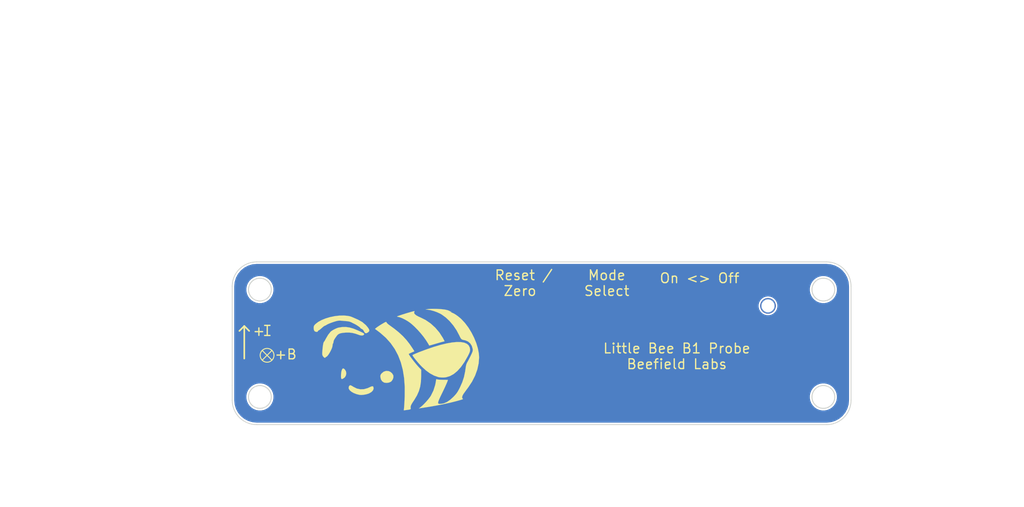
<source format=kicad_pcb>
(kicad_pcb (version 20171130) (host pcbnew 5.1.9-73d0e3b20d~88~ubuntu20.04.1)

  (general
    (thickness 1.6)
    (drawings 35)
    (tracks 307)
    (zones 0)
    (modules 1)
    (nets 1)
  )

  (page A4)
  (layers
    (0 F.Cu signal)
    (31 B.Cu signal)
    (32 B.Adhes user)
    (33 F.Adhes user)
    (34 B.Paste user)
    (35 F.Paste user)
    (36 B.SilkS user)
    (37 F.SilkS user)
    (38 B.Mask user)
    (39 F.Mask user)
    (40 Dwgs.User user)
    (41 Cmts.User user)
    (42 Eco1.User user)
    (43 Eco2.User user)
    (44 Edge.Cuts user)
    (45 Margin user)
    (46 B.CrtYd user)
    (47 F.CrtYd user)
    (48 B.Fab user)
    (49 F.Fab user)
  )

  (setup
    (last_trace_width 0.127)
    (user_trace_width 0.127)
    (user_trace_width 0.16)
    (user_trace_width 0.24)
    (user_trace_width 0.36)
    (trace_clearance 0.127)
    (zone_clearance 0.24)
    (zone_45_only no)
    (trace_min 0.127)
    (via_size 0.6)
    (via_drill 0.3)
    (via_min_size 0.6)
    (via_min_drill 0.3)
    (user_via 0.6 0.3)
    (user_via 0.8 0.4)
    (uvia_size 0.3)
    (uvia_drill 0.1)
    (uvias_allowed no)
    (uvia_min_size 0.2)
    (uvia_min_drill 0.1)
    (edge_width 0.15)
    (segment_width 0.2)
    (pcb_text_width 0.3)
    (pcb_text_size 1.5 1.5)
    (mod_edge_width 0.15)
    (mod_text_size 1 1)
    (mod_text_width 0.15)
    (pad_size 1.524 1.524)
    (pad_drill 0.762)
    (pad_to_mask_clearance 0.05)
    (solder_mask_min_width 0.099)
    (aux_axis_origin 0 0)
    (visible_elements FFFFFF3F)
    (pcbplotparams
      (layerselection 0x010f0_ffffffff)
      (usegerberextensions false)
      (usegerberattributes false)
      (usegerberadvancedattributes false)
      (creategerberjobfile false)
      (excludeedgelayer true)
      (linewidth 0.100000)
      (plotframeref false)
      (viasonmask false)
      (mode 1)
      (useauxorigin false)
      (hpglpennumber 1)
      (hpglpenspeed 20)
      (hpglpendiameter 15.000000)
      (psnegative false)
      (psa4output false)
      (plotreference false)
      (plotvalue false)
      (plotinvisibletext false)
      (padsonsilk false)
      (subtractmaskfromsilk false)
      (outputformat 1)
      (mirror false)
      (drillshape 0)
      (scaleselection 1)
      (outputdirectory "../gerbers/case-top-gerbers/"))
  )

  (net 0 "")

  (net_class Default "This is the default net class."
    (clearance 0.127)
    (trace_width 0.127)
    (via_dia 0.6)
    (via_drill 0.3)
    (uvia_dia 0.3)
    (uvia_drill 0.1)
  )

  (module wbraun_smd:bee_large_v3 (layer F.Cu) (tedit 0) (tstamp 5F16536D)
    (at 147.5 105.25)
    (fp_text reference G*** (at 0 0) (layer F.SilkS) hide
      (effects (font (size 1.524 1.524) (thickness 0.3)))
    )
    (fp_text value LOGO (at 0.75 0) (layer F.SilkS) hide
      (effects (font (size 1.524 1.524) (thickness 0.3)))
    )
    (fp_poly (pts (xy -2.348948 -6.021305) (xy -2.314302 -5.967096) (xy -2.308752 -5.952664) (xy -2.220905 -5.830931)
      (xy -2.052927 -5.674397) (xy -1.915758 -5.570064) (xy -1.103359 -4.978986) (xy -0.405192 -4.412828)
      (xy 0.201553 -3.848693) (xy 0.739685 -3.263687) (xy 1.232012 -2.634914) (xy 1.701345 -1.939478)
      (xy 1.701666 -1.93897) (xy 1.966851 -1.519368) (xy 1.545854 -1.329485) (xy 1.324419 -1.228332)
      (xy 1.162965 -1.152173) (xy 1.100212 -1.11968) (xy 1.118711 -1.046834) (xy 1.215573 -0.883703)
      (xy 1.375272 -0.650689) (xy 1.582283 -0.368193) (xy 1.821081 -0.056617) (xy 2.076141 0.263638)
      (xy 2.331938 0.572169) (xy 2.572946 0.848576) (xy 2.714063 1.001083) (xy 3.011714 1.312737)
      (xy 3.006223 2.343654) (xy 2.968312 3.176358) (xy 2.856626 3.914695) (xy 2.659975 4.595255)
      (xy 2.367168 5.254625) (xy 1.967018 5.929395) (xy 1.861741 6.086067) (xy 1.631718 6.435288)
      (xy 1.482667 6.700389) (xy 1.40316 6.90918) (xy 1.381766 7.089473) (xy 1.396223 7.218786)
      (xy 1.407174 7.307801) (xy 1.383004 7.369256) (xy 1.299108 7.413486) (xy 1.13088 7.450826)
      (xy 0.853713 7.491612) (xy 0.696931 7.512517) (xy 0.341575 7.559514) (xy 0.38634 7.0999)
      (xy 0.404159 6.870676) (xy 0.424664 6.532224) (xy 0.445955 6.120387) (xy 0.466135 5.671009)
      (xy 0.477959 5.370286) (xy 0.48294 3.925363) (xy 0.386297 2.581484) (xy 0.186326 1.334419)
      (xy -0.118679 0.179937) (xy -0.530423 -0.886193) (xy -1.050612 -1.868203) (xy -1.68095 -2.770322)
      (xy -2.423145 -3.596782) (xy -3.278901 -4.351814) (xy -3.513559 -4.531981) (xy -4.087974 -4.961043)
      (xy -3.857937 -5.153087) (xy -3.694417 -5.274462) (xy -3.446185 -5.441078) (xy -3.154344 -5.625815)
      (xy -2.995429 -5.722166) (xy -2.709067 -5.890647) (xy -2.522052 -5.99123) (xy -2.410105 -6.032067)
      (xy -2.348948 -6.021305)) (layer F.SilkS) (width 0.01))
    (fp_poly (pts (xy 5.345254 -8.033941) (xy 5.442857 -8.031044) (xy 6.125296 -7.991175) (xy 6.681027 -7.921585)
      (xy 7.105518 -7.823184) (xy 7.394237 -7.696886) (xy 7.490545 -7.61907) (xy 7.658758 -7.4907)
      (xy 7.780831 -7.43415) (xy 8.01792 -7.326464) (xy 8.322124 -7.140156) (xy 8.65833 -6.89964)
      (xy 8.991425 -6.629329) (xy 9.16856 -6.469273) (xy 9.730321 -5.867456) (xy 10.252966 -5.17129)
      (xy 10.724573 -4.406481) (xy 11.13322 -3.598735) (xy 11.466987 -2.773758) (xy 11.71395 -1.957255)
      (xy 11.862189 -1.174932) (xy 11.901714 -0.57601) (xy 11.83155 0.346449) (xy 11.624832 1.282409)
      (xy 11.287224 2.216372) (xy 10.824389 3.132839) (xy 10.241989 4.016312) (xy 10.206327 4.064)
      (xy 9.973071 4.377178) (xy 9.75604 4.67443) (xy 9.578757 4.923165) (xy 9.464748 5.09079)
      (xy 9.460976 5.096701) (xy 9.34088 5.338504) (xy 9.292992 5.553039) (xy 9.321619 5.705421)
      (xy 9.379857 5.753446) (xy 9.434917 5.78491) (xy 9.420088 5.822525) (xy 9.320651 5.872301)
      (xy 9.121886 5.940248) (xy 8.809076 6.032376) (xy 8.457299 6.130138) (xy 7.543951 6.361907)
      (xy 6.505078 6.591984) (xy 5.360284 6.816514) (xy 4.129171 7.031638) (xy 2.902857 7.222995)
      (xy 2.648857 7.260433) (xy 2.866571 7.102453) (xy 3.142657 6.8732) (xy 3.465456 6.560689)
      (xy 3.800967 6.202291) (xy 4.115193 5.835381) (xy 4.374135 5.497332) (xy 4.497127 5.310055)
      (xy 4.891958 4.507226) (xy 5.160581 3.649907) (xy 5.231727 3.287544) (xy 5.316438 2.765088)
      (xy 5.542933 2.81583) (xy 5.717438 2.838692) (xy 5.989053 2.856205) (xy 6.309768 2.865656)
      (xy 6.440746 2.866572) (xy 6.732736 2.868223) (xy 6.960522 2.872654) (xy 7.092165 2.879081)
      (xy 7.112032 2.883058) (xy 7.08126 2.997451) (xy 6.995654 3.219775) (xy 6.864965 3.527982)
      (xy 6.698948 3.900023) (xy 6.507354 4.31385) (xy 6.299938 4.747414) (xy 6.173968 5.003789)
      (xy 5.937656 5.493025) (xy 5.761074 5.887644) (xy 5.648149 6.178164) (xy 5.602811 6.3551)
      (xy 5.602722 6.382646) (xy 5.628183 6.492678) (xy 5.697314 6.547072) (xy 5.849612 6.564591)
      (xy 5.987143 6.565282) (xy 6.466973 6.490579) (xy 6.967138 6.273419) (xy 7.485831 5.914791)
      (xy 7.944827 5.494506) (xy 8.221993 5.202286) (xy 8.436403 4.943392) (xy 8.620006 4.672213)
      (xy 8.804748 4.34314) (xy 8.946843 4.064) (xy 9.314292 3.239071) (xy 9.577638 2.436231)
      (xy 9.754244 1.598117) (xy 9.806511 1.223589) (xy 9.86776 0.803629) (xy 9.93883 0.49609)
      (xy 10.028126 0.268258) (xy 10.071999 0.190223) (xy 10.176968 0.006623) (xy 10.322617 -0.26647)
      (xy 10.487146 -0.58754) (xy 10.6043 -0.823554) (xy 10.7624 -1.154137) (xy 10.862737 -1.390271)
      (xy 10.915236 -1.5659) (xy 10.92982 -1.714969) (xy 10.916414 -1.871423) (xy 10.914523 -1.884634)
      (xy 10.782347 -2.345173) (xy 10.540215 -2.72934) (xy 10.204383 -3.019646) (xy 9.791108 -3.198601)
      (xy 9.668051 -3.225613) (xy 9.428998 -3.27386) (xy 9.262347 -3.33615) (xy 9.137318 -3.440543)
      (xy 9.02313 -3.615102) (xy 8.889005 -3.887886) (xy 8.850493 -3.970948) (xy 8.434896 -4.752897)
      (xy 7.940043 -5.484113) (xy 7.384711 -6.143355) (xy 6.787677 -6.70938) (xy 6.167717 -7.160945)
      (xy 5.891456 -7.318449) (xy 5.43033 -7.529108) (xy 4.932126 -7.707537) (xy 4.444247 -7.839522)
      (xy 4.014098 -7.910851) (xy 3.889106 -7.918769) (xy 3.729543 -7.924922) (xy 3.687061 -7.935462)
      (xy 3.7703 -7.956963) (xy 3.987904 -7.996) (xy 3.991429 -7.996612) (xy 4.21267 -8.01968)
      (xy 4.538775 -8.034224) (xy 4.929663 -8.039295) (xy 5.345254 -8.033941)) (layer F.SilkS) (width 0.01))
    (fp_poly (pts (xy -7.750848 3.738944) (xy -7.567345 3.837232) (xy -7.383026 3.951867) (xy -6.872867 4.205543)
      (xy -6.32892 4.322751) (xy -5.768962 4.302699) (xy -5.210766 4.144593) (xy -5.020506 4.057206)
      (xy -4.718838 3.917087) (xy -4.515542 3.857645) (xy -4.390268 3.876066) (xy -4.325764 3.961079)
      (xy -4.293185 4.230957) (xy -4.394927 4.492767) (xy -4.620294 4.732394) (xy -4.958589 4.935724)
      (xy -5.113097 5.000003) (xy -5.449496 5.098118) (xy -5.826538 5.165473) (xy -6.185121 5.194251)
      (xy -6.458857 5.178014) (xy -6.937951 5.058376) (xy -7.361968 4.891513) (xy -7.711203 4.690077)
      (xy -7.965952 4.466719) (xy -8.106508 4.234091) (xy -8.128 4.106356) (xy -8.085015 3.871252)
      (xy -7.967866 3.730013) (xy -7.858369 3.701143) (xy -7.750848 3.738944)) (layer F.SilkS) (width 0.01))
    (fp_poly (pts (xy -1.995714 1.522975) (xy -1.702875 1.652717) (xy -1.449998 1.877316) (xy -1.283587 2.152293)
      (xy -1.260268 2.226367) (xy -1.255939 2.506381) (xy -1.354636 2.803374) (xy -1.533161 3.062671)
      (xy -1.661732 3.172635) (xy -1.940467 3.290588) (xy -2.278734 3.337147) (xy -2.606296 3.30592)
      (xy -2.721429 3.269051) (xy -2.987599 3.084057) (xy -3.17066 2.797564) (xy -3.247958 2.481552)
      (xy -3.257931 2.250104) (xy -3.21637 2.087881) (xy -3.099776 1.921697) (xy -3.049475 1.863339)
      (xy -2.743767 1.612964) (xy -2.389425 1.498888) (xy -1.995714 1.522975)) (layer F.SilkS) (width 0.01))
    (fp_poly (pts (xy -8.855804 1.149941) (xy -8.697233 1.295316) (xy -8.537344 1.571404) (xy -8.48909 1.885472)
      (xy -8.54583 2.197902) (xy -8.700922 2.469078) (xy -8.92391 2.647629) (xy -9.095467 2.731283)
      (xy -9.185078 2.749769) (xy -9.238142 2.70756) (xy -9.255831 2.680331) (xy -9.291095 2.53991)
      (xy -9.303193 2.303411) (xy -9.293883 2.017742) (xy -9.264921 1.72981) (xy -9.218064 1.486526)
      (xy -9.210078 1.458374) (xy -9.111644 1.215362) (xy -8.997389 1.113771) (xy -8.855804 1.149941)) (layer F.SilkS) (width 0.01))
    (fp_poly (pts (xy 9.10642 -2.932518) (xy 9.61462 -2.843239) (xy 10.011921 -2.676122) (xy 10.295233 -2.430977)
      (xy 10.461468 -2.107619) (xy 10.504266 -1.869272) (xy 10.511423 -1.687444) (xy 10.493672 -1.525749)
      (xy 10.439834 -1.348204) (xy 10.338732 -1.118825) (xy 10.179188 -0.801629) (xy 10.162704 -0.769716)
      (xy 9.652317 0.128628) (xy 9.124335 0.883873) (xy 8.578985 1.495816) (xy 8.016491 1.964255)
      (xy 7.43708 2.288985) (xy 6.840975 2.469804) (xy 6.526281 2.506789) (xy 6.151006 2.508223)
      (xy 5.79795 2.475739) (xy 5.624286 2.441285) (xy 4.9881 2.217437) (xy 4.3635 1.880559)
      (xy 3.735042 1.42096) (xy 3.145175 0.886341) (xy 2.909167 0.642897) (xy 2.651408 0.358616)
      (xy 2.390342 0.056126) (xy 2.144414 -0.241944) (xy 1.932067 -0.512964) (xy 1.771746 -0.734306)
      (xy 1.681894 -0.88334) (xy 1.669143 -0.92461) (xy 1.733103 -0.971301) (xy 1.909477 -1.059002)
      (xy 2.175003 -1.177159) (xy 2.50642 -1.315219) (xy 2.703286 -1.393816) (xy 3.901296 -1.844133)
      (xy 5.010029 -2.21793) (xy 6.026396 -2.515018) (xy 6.947307 -2.735209) (xy 7.769674 -2.878315)
      (xy 8.490408 -2.944148) (xy 9.10642 -2.932518)) (layer F.SilkS) (width 0.01))
    (fp_poly (pts (xy -7.984162 -5.171241) (xy -7.378815 -4.994757) (xy -6.705407 -4.719395) (xy -6.640286 -4.689542)
      (xy -6.271315 -4.517725) (xy -6.01581 -4.393219) (xy -5.854909 -4.303708) (xy -5.769752 -4.236873)
      (xy -5.741475 -4.180395) (xy -5.751218 -4.121955) (xy -5.755109 -4.111432) (xy -5.874694 -3.986575)
      (xy -6.088146 -3.939828) (xy -6.364919 -3.974547) (xy -6.525812 -4.026725) (xy -7.080412 -4.222468)
      (xy -7.568646 -4.342611) (xy -8.042066 -4.396182) (xy -8.552225 -4.392205) (xy -8.598156 -4.389551)
      (xy -9.05489 -4.347997) (xy -9.395113 -4.280755) (xy -9.646588 -4.177973) (xy -9.837082 -4.029798)
      (xy -9.933029 -3.915857) (xy -10.173189 -3.580044) (xy -10.330748 -3.329892) (xy -10.418619 -3.141778)
      (xy -10.449716 -2.992077) (xy -10.450286 -2.969584) (xy -10.473727 -2.805797) (xy -10.522857 -2.721428)
      (xy -10.570623 -2.625623) (xy -10.594996 -2.447267) (xy -10.595783 -2.408717) (xy -10.631731 -2.19574)
      (xy -10.727889 -1.921966) (xy -10.867413 -1.61704) (xy -11.033456 -1.310608) (xy -11.209176 -1.032318)
      (xy -11.377727 -0.811814) (xy -11.522264 -0.678743) (xy -11.593286 -0.653145) (xy -11.677588 -0.607301)
      (xy -11.684 -0.580571) (xy -11.726764 -0.507677) (xy -11.832079 -0.528708) (xy -11.96548 -0.629636)
      (xy -12.049435 -0.729335) (xy -12.129992 -0.86071) (xy -12.172389 -0.998289) (xy -12.183264 -1.186346)
      (xy -12.169251 -1.469156) (xy -12.166364 -1.509477) (xy -12.12262 -2.010555) (xy -12.07181 -2.422114)
      (xy -12.016499 -2.728726) (xy -11.959253 -2.914963) (xy -11.924802 -2.962662) (xy -11.856151 -3.04822)
      (xy -11.7476 -3.227441) (xy -11.62165 -3.462943) (xy -11.611329 -3.483428) (xy -11.282257 -4.043674)
      (xy -10.901697 -4.521158) (xy -10.740238 -4.653007) (xy -10.489748 -4.807649) (xy -10.19818 -4.959905)
      (xy -9.913488 -5.084595) (xy -9.696893 -5.153757) (xy -9.112695 -5.246108) (xy -8.551953 -5.25348)
      (xy -7.984162 -5.171241)) (layer F.SilkS) (width 0.01))
    (fp_poly (pts (xy 1.988531 -7.641871) (xy 1.944117 -7.54988) (xy 1.923294 -7.392555) (xy 2.035651 -7.216069)
      (xy 2.271865 -7.028803) (xy 2.622611 -6.839138) (xy 2.838738 -6.745736) (xy 3.676867 -6.331662)
      (xy 4.461715 -5.792331) (xy 5.177273 -5.142759) (xy 5.807534 -4.397964) (xy 6.336489 -3.572962)
      (xy 6.44999 -3.357982) (xy 6.605364 -3.051107) (xy 6.405111 -3.006686) (xy 6.262715 -2.970114)
      (xy 6.01368 -2.901223) (xy 5.690457 -2.809167) (xy 5.325498 -2.703102) (xy 5.242028 -2.67856)
      (xy 4.843319 -2.561166) (xy 4.563082 -2.479961) (xy 4.380464 -2.430456) (xy 4.274613 -2.408162)
      (xy 4.224674 -2.408592) (xy 4.209794 -2.427257) (xy 4.209143 -2.456238) (xy 4.171193 -2.536815)
      (xy 4.067502 -2.712954) (xy 3.913302 -2.959766) (xy 3.723829 -3.252359) (xy 3.696545 -3.293757)
      (xy 3.339502 -3.790189) (xy 2.909688 -4.317616) (xy 2.439355 -4.840943) (xy 1.960757 -5.325073)
      (xy 1.506145 -5.734913) (xy 1.306286 -5.894667) (xy 0.932781 -6.151617) (xy 0.521179 -6.391165)
      (xy 0.112091 -6.592715) (xy -0.253868 -6.735672) (xy -0.456955 -6.788831) (xy -0.625033 -6.826514)
      (xy -0.705646 -6.858665) (xy -0.70632 -6.865299) (xy -0.610742 -6.913554) (xy -0.402923 -6.992139)
      (xy -0.110473 -7.092546) (xy 0.238997 -7.206271) (xy 0.617878 -7.324805) (xy 0.99856 -7.439643)
      (xy 1.353433 -7.542277) (xy 1.654886 -7.624202) (xy 1.875311 -7.676911) (xy 1.978186 -7.692388)
      (xy 1.988531 -7.641871)) (layer F.SilkS) (width 0.01))
    (fp_poly (pts (xy -8.708572 -7.002961) (xy -8.313771 -6.965355) (xy -8.006336 -6.911555) (xy -7.728516 -6.828196)
      (xy -7.438572 -6.709078) (xy -7.267038 -6.632817) (xy -7.013022 -6.520178) (xy -6.7268 -6.393451)
      (xy -6.680235 -6.372853) (xy -6.03668 -6.013828) (xy -5.487959 -5.546112) (xy -5.1976 -5.206372)
      (xy -5.018696 -4.940868) (xy -4.94918 -4.742485) (xy -4.98729 -4.584998) (xy -5.131268 -4.442184)
      (xy -5.145632 -4.431798) (xy -5.375831 -4.303375) (xy -5.548481 -4.301286) (xy -5.686277 -4.430924)
      (xy -5.763635 -4.578624) (xy -5.924102 -4.831557) (xy -6.104173 -4.94858) (xy -6.251482 -5.018689)
      (xy -6.313704 -5.085552) (xy -6.313714 -5.086189) (xy -6.369209 -5.160366) (xy -6.510747 -5.277922)
      (xy -6.614856 -5.351232) (xy -6.841243 -5.501252) (xy -6.99097 -5.596731) (xy -7.108044 -5.663794)
      (xy -7.23647 -5.728563) (xy -7.311572 -5.764826) (xy -7.545319 -5.880114) (xy -7.761985 -5.990883)
      (xy -7.9774 -6.070917) (xy -8.23638 -6.125288) (xy -8.288128 -6.131032) (xy -8.519309 -6.151752)
      (xy -8.828987 -6.179865) (xy -9.151134 -6.209377) (xy -9.158953 -6.210097) (xy -9.424995 -6.229648)
      (xy -9.64166 -6.227422) (xy -9.85529 -6.196706) (xy -10.112226 -6.130788) (xy -10.458806 -6.022955)
      (xy -10.465238 -6.020883) (xy -10.803607 -5.903682) (xy -11.116631 -5.780804) (xy -11.361495 -5.669783)
      (xy -11.464989 -5.611507) (xy -11.641329 -5.505675) (xy -11.773555 -5.447025) (xy -11.797395 -5.442857)
      (xy -11.886352 -5.396659) (xy -12.046924 -5.274835) (xy -12.246278 -5.102542) (xy -12.270406 -5.080446)
      (xy -12.473874 -4.903596) (xy -12.644491 -4.774416) (xy -12.748483 -4.718226) (xy -12.754429 -4.717589)
      (xy -12.834792 -4.658681) (xy -12.845143 -4.608285) (xy -12.902756 -4.525276) (xy -13.041501 -4.499727)
      (xy -13.210233 -4.529349) (xy -13.357811 -4.611853) (xy -13.378181 -4.632143) (xy -13.466585 -4.819018)
      (xy -13.498286 -5.100363) (xy -13.483288 -5.320772) (xy -13.418569 -5.483031) (xy -13.274542 -5.652422)
      (xy -13.226662 -5.699667) (xy -12.814978 -6.021457) (xy -12.287893 -6.31194) (xy -11.673271 -6.563077)
      (xy -10.998976 -6.766832) (xy -10.292873 -6.915167) (xy -9.582827 -7.000043) (xy -8.896701 -7.013423)
      (xy -8.708572 -7.002961)) (layer F.SilkS) (width 0.01))
    (fp_poly (pts (xy 7.62 -7.656285) (xy 7.583714 -7.62) (xy 7.547428 -7.656285) (xy 7.583714 -7.692571)
      (xy 7.62 -7.656285)) (layer F.SilkS) (width 0.01))
  )

  (gr_line (start 126.475 101.3) (end 127.29 101.3) (layer F.SilkS) (width 0.2) (tstamp 60407F71))
  (gr_line (start 126.475 99.75) (end 127.29 99.75) (layer F.SilkS) (width 0.2))
  (gr_text +B (at 129.7 104.2) (layer F.SilkS)
    (effects (font (size 1.5 1.5) (thickness 0.2)))
  )
  (gr_line (start 126.1 105.1) (end 127.6 103.6) (layer F.SilkS) (width 0.15))
  (gr_line (start 126.1 103.6) (end 127.6 105.1) (layer F.SilkS) (width 0.15))
  (gr_circle (center 126.85 104.35) (end 126.1 103.6) (layer F.SilkS) (width 0.15))
  (gr_text +I (at 125.95 100.6) (layer F.SilkS)
    (effects (font (size 1.5 1.5) (thickness 0.2)))
  )
  (gr_line (start 123.35 99.85) (end 124.1 100.6) (layer F.SilkS) (width 0.25))
  (gr_line (start 123.35 99.85) (end 122.6 100.6) (layer F.SilkS) (width 0.25))
  (gr_line (start 123.35 104.85) (end 123.35 99.85) (layer F.SilkS) (width 0.25))
  (gr_line (start 121.5 93.75) (end 121.5 109) (layer Edge.Cuts) (width 0.127) (tstamp 60407029))
  (gr_line (start 121.5 111.25) (end 121.5 109) (layer Edge.Cuts) (width 0.127) (tstamp 6040702A))
  (gr_arc (start 125.25 111.25) (end 121.5 111.25) (angle -90) (layer Edge.Cuts) (width 0.127) (tstamp 6040702B))
  (gr_arc (start 125.25 93.75) (end 125.25 90) (angle -90) (layer Edge.Cuts) (width 0.127) (tstamp 6040702C))
  (gr_arc (start 212.75 111.25) (end 212.75 115) (angle -90) (layer Edge.Cuts) (width 0.127) (tstamp 6040702E))
  (gr_arc (start 212.75 93.75) (end 216.5 93.75) (angle -90) (layer Edge.Cuts) (width 0.127) (tstamp 6040702F))
  (gr_line (start 125.25 90) (end 212.75 90) (layer Edge.Cuts) (width 0.127) (tstamp 60407030))
  (gr_line (start 212.75 115) (end 125.25 115) (layer Edge.Cuts) (width 0.127) (tstamp 60407031))
  (gr_line (start 216.5 93.75) (end 216.5 111.25) (layer Edge.Cuts) (width 0.127) (tstamp 60407032))
  (gr_text "Reset /\nZero " (at 166.25 93.25) (layer F.SilkS)
    (effects (font (size 1.5 1.5) (thickness 0.2)))
  )
  (gr_text "Mode\nSelect" (at 179 93.25) (layer F.SilkS)
    (effects (font (size 1.5 1.5) (thickness 0.2)))
  )
  (gr_text "On <> Off\n" (at 193.25 92.5) (layer F.SilkS) (tstamp 5F856460)
    (effects (font (size 1.5 1.5) (thickness 0.2)))
  )
  (gr_text "Little Bee B1 Probe\nBeefield Labs" (at 189.75 104.5) (layer F.SilkS) (tstamp 5F43DAD2)
    (effects (font (size 1.5 1.5) (thickness 0.2)))
  )
  (gr_circle (center 212.25 94.25) (end 212.25 96.25) (layer F.Mask) (width 0.15))
  (gr_circle (center 212.25 110.75) (end 212.25 112.75) (layer F.Mask) (width 0.15))
  (gr_circle (center 125.75 94.25) (end 125.75 96.25) (layer F.Mask) (width 0.15))
  (gr_circle (center 125.75 110.75) (end 125.75 112.75) (layer F.Mask) (width 0.15))
  (gr_circle (center 125.75 110.75) (end 128.25 110.75) (layer B.Mask) (width 1.5) (tstamp 60408E24))
  (gr_circle (center 125.75 94.25) (end 128.25 94.25) (layer B.Mask) (width 1.5) (tstamp 5F15EF4B))
  (gr_circle (center 212.25 110.75) (end 214.75 110.75) (layer B.Mask) (width 1.5) (tstamp 5F15EF4B))
  (gr_circle (center 212.25 94.25) (end 214.75 94.25) (layer B.Mask) (width 1.5))
  (gr_circle (center 125.75 94.25) (end 125.75 96) (layer Edge.Cuts) (width 0.15) (tstamp 60408E1F))
  (gr_circle (center 212.25 110.75) (end 212.25 112.5) (layer Edge.Cuts) (width 0.15))
  (gr_circle (center 212.25 94.25) (end 212.25 96) (layer Edge.Cuts) (width 0.15) (tstamp 5FD2EF29))
  (gr_circle (center 125.75 110.75) (end 125.75 112.5) (layer Edge.Cuts) (width 0.15) (tstamp 5F15EED3))

  (segment (start 162.27 114.55) (end 163.675893 114.55) (width 0.16) (layer In1.Cu) (net 0) (tstamp 5F2E3B9D))
  (segment (start 161.82 116.05) (end 162.17 115.7) (width 0.16) (layer In1.Cu) (net 0) (tstamp 5F2E3C1C))
  (segment (start 162.17 114.65) (end 162.27 114.55) (width 0.16) (layer In1.Cu) (net 0) (tstamp 5F2E3DF8))
  (segment (start 163.675893 114.55) (end 164.37 113.855893) (width 0.16) (layer In1.Cu) (net 0) (tstamp 5F2E3F0C))
  (segment (start 164.37 113.855893) (end 164.37 113.3) (width 0.16) (layer In1.Cu) (net 0) (tstamp 5F2E3F12))
  (segment (start 160.47 116.15) (end 161.97 117.65) (width 0.24) (layer In1.Cu) (net 0) (tstamp 5F2E3F6B))
  (segment (start 161.22 116.05) (end 161.82 116.05) (width 0.16) (layer In1.Cu) (net 0) (tstamp 5F2E400E))
  (segment (start 162.17 115.7) (end 162.17 114.65) (width 0.16) (layer In1.Cu) (net 0) (tstamp 5F2E40FF))
  (segment (start 160.70701 115.53701) (end 161.22 116.05) (width 0.16) (layer In1.Cu) (net 0) (tstamp 5F2E42E9))
  (segment (start 161.97 117.65) (end 164.67 117.65) (width 0.24) (layer In1.Cu) (net 0) (tstamp 5F2E434D))
  (segment (start 161.81798 118.01701) (end 164.28701 118.01701) (width 0.24) (layer In1.Cu) (net 0) (tstamp 5F2E3CF4))
  (segment (start 160.31798 116.51701) (end 161.81798 118.01701) (width 0.24) (layer In1.Cu) (net 0) (tstamp 5F2E4172))
  (segment (start 164.28701 118.01701) (end 164.52 118.25) (width 0.24) (layer In1.Cu) (net 0) (tstamp 5F2E424F))
  (segment (start 181.42 122.1) (end 181.462999 122.057001) (width 0.36) (layer In2.Cu) (net 0) (tstamp 5F2E3BA3))
  (segment (start 168.37 109.85) (end 168.37 113.65) (width 0.64) (layer In2.Cu) (net 0) (tstamp 5F2E3BA6))
  (segment (start 183.37 120.8) (end 185.22 120.8) (width 0.36) (layer In2.Cu) (net 0) (tstamp 5F2E3BAE))
  (segment (start 163.57 114.25) (end 161.27 114.25) (width 0.16) (layer In1.Cu) (net 0) (tstamp 5F2E3CEE))
  (segment (start 187.82 121.45) (end 191.87 121.45) (width 0.64) (layer In2.Cu) (net 0) (tstamp 5F2E3D1C))
  (segment (start 161.27 114.25) (end 160.84402 114.67598) (width 0.16) (layer In1.Cu) (net 0) (tstamp 5F2E3D25))
  (segment (start 176.917001 122.197001) (end 181.572999 122.197001) (width 0.64) (layer In2.Cu) (net 0) (tstamp 5F2E3DAB))
  (segment (start 181.42 122.35) (end 181.572999 122.197001) (width 0.64) (layer In2.Cu) (net 0) (tstamp 5F2E3DE1))
  (segment (start 163.77 113.25) (end 163.77 114.05) (width 0.16) (layer In1.Cu) (net 0) (tstamp 5F2E3DEF))
  (segment (start 165.27 111.05) (end 165.27 110.590438) (width 0.24) (layer In2.Cu) (net 0) (tstamp 5F2E3DF5))
  (segment (start 165.27 110.590438) (end 166.010438 109.85) (width 0.24) (layer In2.Cu) (net 0) (tstamp 5F2E3E17))
  (segment (start 183.37 120.8) (end 187.17 120.8) (width 0.64) (layer In2.Cu) (net 0) (tstamp 5F2E3E5A))
  (segment (start 175.52 120.8) (end 176.917001 122.197001) (width 0.64) (layer In2.Cu) (net 0) (tstamp 5F2E3E60))
  (segment (start 166.010438 109.85) (end 168.37 109.85) (width 0.24) (layer In2.Cu) (net 0) (tstamp 5F2E3E83))
  (segment (start 187.17 120.8) (end 187.82 121.45) (width 0.64) (layer In2.Cu) (net 0) (tstamp 5F2E3ECE))
  (segment (start 176.777001 122.057001) (end 181.462999 122.057001) (width 0.36) (layer In2.Cu) (net 0) (tstamp 5F2E408D))
  (segment (start 181.42 123.45) (end 181.42 122.35) (width 0.64) (layer In2.Cu) (net 0) (tstamp 5F2E40E3))
  (segment (start 163.77 114.05) (end 163.57 114.25) (width 0.16) (layer In1.Cu) (net 0) (tstamp 5F2E4139))
  (segment (start 181.572999 122.197001) (end 181.972999 122.197001) (width 0.64) (layer In2.Cu) (net 0) (tstamp 5F2E414F))
  (segment (start 175.52 120.8) (end 176.777001 122.057001) (width 0.36) (layer In2.Cu) (net 0) (tstamp 5F2E4176))
  (segment (start 168.37 113.65) (end 175.52 120.8) (width 0.64) (layer In2.Cu) (net 0) (tstamp 5F2E41D6))
  (segment (start 181.462999 122.057001) (end 182.112999 122.057001) (width 0.36) (layer In2.Cu) (net 0) (tstamp 5F2E424E))
  (segment (start 181.972999 122.197001) (end 183.37 120.8) (width 0.64) (layer In2.Cu) (net 0) (tstamp 5F2E42E8))
  (segment (start 182.112999 122.057001) (end 183.37 120.8) (width 0.36) (layer In2.Cu) (net 0) (tstamp 5F2E431A))
  (segment (start 161.47 114.75) (end 161.25701 114.96299) (width 0.16) (layer In1.Cu) (net 0) (tstamp 5F2E3F26))
  (segment (start 161.17 115.25) (end 161.47 115.55) (width 0.16) (layer In1.Cu) (net 0) (tstamp 5F2E3CC8))
  (segment (start 159.02 115.25) (end 161.17 115.25) (width 0.16) (layer In1.Cu) (net 0) (tstamp 5F2E40A1))
  (segment (start 123.95 111.85) (end 125.355893 111.85) (width 0.16) (layer In1.Cu) (net 0) (tstamp 5F2E3B9D))
  (segment (start 123.5 113.35) (end 123.85 113) (width 0.16) (layer In1.Cu) (net 0) (tstamp 5F2E3C1C))
  (segment (start 123.85 111.95) (end 123.95 111.85) (width 0.16) (layer In1.Cu) (net 0) (tstamp 5F2E3DF8))
  (segment (start 125.355893 111.85) (end 126.05 111.155893) (width 0.16) (layer In1.Cu) (net 0) (tstamp 5F2E3F0C))
  (segment (start 126.05 111.155893) (end 126.05 110.6) (width 0.16) (layer In1.Cu) (net 0) (tstamp 5F2E3F12))
  (segment (start 122.15 113.45) (end 123.65 114.95) (width 0.24) (layer In1.Cu) (net 0) (tstamp 5F2E3F6B))
  (segment (start 122.9 113.35) (end 123.5 113.35) (width 0.16) (layer In1.Cu) (net 0) (tstamp 5F2E400E))
  (segment (start 123.85 113) (end 123.85 111.95) (width 0.16) (layer In1.Cu) (net 0) (tstamp 5F2E40FF))
  (segment (start 122.38701 112.83701) (end 122.9 113.35) (width 0.16) (layer In1.Cu) (net 0) (tstamp 5F2E42E9))
  (segment (start 123.65 114.95) (end 126.35 114.95) (width 0.24) (layer In1.Cu) (net 0) (tstamp 5F2E434D))
  (segment (start 123.49798 115.31701) (end 125.96701 115.31701) (width 0.24) (layer In1.Cu) (net 0) (tstamp 5F2E3CF4))
  (segment (start 121.99798 113.81701) (end 123.49798 115.31701) (width 0.24) (layer In1.Cu) (net 0) (tstamp 5F2E4172))
  (segment (start 125.96701 115.31701) (end 126.2 115.55) (width 0.24) (layer In1.Cu) (net 0) (tstamp 5F2E424F))
  (segment (start 143.1 119.4) (end 143.142999 119.357001) (width 0.36) (layer In2.Cu) (net 0) (tstamp 5F2E3BA3))
  (segment (start 130.05 107.15) (end 130.05 110.95) (width 0.64) (layer In2.Cu) (net 0) (tstamp 5F2E3BA6))
  (segment (start 145.05 118.1) (end 146.9 118.1) (width 0.36) (layer In2.Cu) (net 0) (tstamp 5F2E3BAE))
  (segment (start 125.25 111.55) (end 122.95 111.55) (width 0.16) (layer In1.Cu) (net 0) (tstamp 5F2E3CEE))
  (segment (start 149.5 118.75) (end 153.55 118.75) (width 0.64) (layer In2.Cu) (net 0) (tstamp 5F2E3D1C))
  (segment (start 122.95 111.55) (end 122.52402 111.97598) (width 0.16) (layer In1.Cu) (net 0) (tstamp 5F2E3D25))
  (segment (start 138.597001 119.497001) (end 143.252999 119.497001) (width 0.64) (layer In2.Cu) (net 0) (tstamp 5F2E3DAB))
  (segment (start 143.1 119.65) (end 143.252999 119.497001) (width 0.64) (layer In2.Cu) (net 0) (tstamp 5F2E3DE1))
  (segment (start 125.45 110.55) (end 125.45 111.35) (width 0.16) (layer In1.Cu) (net 0) (tstamp 5F2E3DEF))
  (segment (start 126.95 108.35) (end 126.95 107.890438) (width 0.24) (layer In2.Cu) (net 0) (tstamp 5F2E3DF5))
  (segment (start 126.95 107.890438) (end 127.690438 107.15) (width 0.24) (layer In2.Cu) (net 0) (tstamp 5F2E3E17))
  (segment (start 145.05 118.1) (end 148.85 118.1) (width 0.64) (layer In2.Cu) (net 0) (tstamp 5F2E3E5A))
  (segment (start 137.2 118.1) (end 138.597001 119.497001) (width 0.64) (layer In2.Cu) (net 0) (tstamp 5F2E3E60))
  (segment (start 127.690438 107.15) (end 130.05 107.15) (width 0.24) (layer In2.Cu) (net 0) (tstamp 5F2E3E83))
  (segment (start 148.85 118.1) (end 149.5 118.75) (width 0.64) (layer In2.Cu) (net 0) (tstamp 5F2E3ECE))
  (segment (start 138.457001 119.357001) (end 143.142999 119.357001) (width 0.36) (layer In2.Cu) (net 0) (tstamp 5F2E408D))
  (segment (start 143.1 120.75) (end 143.1 119.65) (width 0.64) (layer In2.Cu) (net 0) (tstamp 5F2E40E3))
  (segment (start 125.45 111.35) (end 125.25 111.55) (width 0.16) (layer In1.Cu) (net 0) (tstamp 5F2E4139))
  (segment (start 143.252999 119.497001) (end 143.652999 119.497001) (width 0.64) (layer In2.Cu) (net 0) (tstamp 5F2E414F))
  (segment (start 137.2 118.1) (end 138.457001 119.357001) (width 0.36) (layer In2.Cu) (net 0) (tstamp 5F2E4176))
  (segment (start 130.05 110.95) (end 137.2 118.1) (width 0.64) (layer In2.Cu) (net 0) (tstamp 5F2E41D6))
  (segment (start 143.142999 119.357001) (end 143.792999 119.357001) (width 0.36) (layer In2.Cu) (net 0) (tstamp 5F2E424E))
  (segment (start 143.652999 119.497001) (end 145.05 118.1) (width 0.64) (layer In2.Cu) (net 0) (tstamp 5F2E42E8))
  (segment (start 143.792999 119.357001) (end 145.05 118.1) (width 0.36) (layer In2.Cu) (net 0) (tstamp 5F2E431A))
  (segment (start 123.15 112.05) (end 122.93701 112.26299) (width 0.16) (layer In1.Cu) (net 0) (tstamp 5F2E3F26))
  (segment (start 122.85 112.55) (end 123.15 112.85) (width 0.16) (layer In1.Cu) (net 0) (tstamp 5F2E3CC8))
  (segment (start 120.7 112.55) (end 122.85 112.55) (width 0.16) (layer In1.Cu) (net 0) (tstamp 5F2E40A1))
  (segment (start 86.842956 77.752626) (end 87.297374 77.752626) (width 0.24) (layer In1.Cu) (net 0) (tstamp 5F437D6F))
  (segment (start 87.297374 77.752626) (end 87.6 77.45) (width 0.24) (layer In1.Cu) (net 0) (tstamp 5F437D70))
  (segment (start 87.6 77.45) (end 87.75 77.3) (width 0.24) (layer In1.Cu) (net 0) (tstamp 5F437D71))
  (segment (start 87.75 77.3) (end 91.15 77.3) (width 0.24) (layer In1.Cu) (net 0) (tstamp 5F437D72))
  (segment (start 122.240438 77.3) (end 125.740438 80.8) (width 0.24) (layer In1.Cu) (net 0) (tstamp 5F437D73))
  (segment (start 91.15 77.3) (end 122.240438 77.3) (width 0.24) (layer In1.Cu) (net 0) (tstamp 5F437D74))
  (segment (start 125.740438 80.8) (end 126.590438 81.65) (width 0.24) (layer In1.Cu) (net 0) (tstamp 5F437D76))
  (segment (start 126.590438 81.65) (end 127.05 81.65) (width 0.24) (layer In1.Cu) (net 0) (tstamp 5F437D77))
  (segment (start 153.15 81.5) (end 151.6 81.5) (width 0.24) (layer In2.Cu) (net 0) (tstamp 5F437D83))
  (segment (start 87.6 74.5) (end 88.6 74.5) (width 0.16) (layer In1.Cu) (net 0) (tstamp 5F437DD7))
  (segment (start 88.6 78.5) (end 87.85 78.5) (width 0.16) (layer In1.Cu) (net 0) (tstamp 5F437DD8))
  (segment (start 86.614475 78.228627) (end 87.071437 78.228627) (width 0.24) (layer In1.Cu) (net 0) (tstamp 5F437E25))
  (segment (start 86.45 78.186) (end 86.571848 78.186) (width 0.24) (layer In1.Cu) (net 0) (tstamp 5F437E26))
  (segment (start 86.571848 78.186) (end 86.614475 78.228627) (width 0.24) (layer In1.Cu) (net 0) (tstamp 5F437E27))
  (segment (start 87.071437 78.228627) (end 87.471373 78.228627) (width 0.24) (layer In1.Cu) (net 0) (tstamp 5F437E29))
  (segment (start 87.471373 78.228627) (end 88 77.7) (width 0.24) (layer In1.Cu) (net 0) (tstamp 5F437E2A))
  (segment (start 88 77.7) (end 122.05 77.7) (width 0.24) (layer In1.Cu) (net 0) (tstamp 5F437E2B))
  (segment (start 122.05 77.7) (end 126.8 82.45) (width 0.24) (layer In1.Cu) (net 0) (tstamp 5F437E2D))
  (segment (start 126.8 82.45) (end 127.4 82.45) (width 0.24) (layer In1.Cu) (net 0) (tstamp 5F437E2E))
  (segment (start 142.3 81.15) (end 144.9 81.15) (width 0.36) (layer In2.Cu) (net 0) (tstamp 5F437D3A))
  (segment (start 137.35 81.2) (end 137.4 81.15) (width 0.36) (layer In2.Cu) (net 0) (tstamp 5F437D3B))
  (segment (start 137.35 82.1) (end 137.35 81.2) (width 0.36) (layer In2.Cu) (net 0) (tstamp 5F437D3C))
  (segment (start 134.55 81.15) (end 137.4 81.15) (width 0.36) (layer In2.Cu) (net 0) (tstamp 5F437D3D))
  (segment (start 137.4 81.15) (end 142.3 81.15) (width 0.36) (layer In2.Cu) (net 0) (tstamp 5F437D3E))
  (segment (start 142.3 84.35) (end 142.3 81.15) (width 0.36) (layer In2.Cu) (net 0) (tstamp 5F437D3F))
  (segment (start 142.7 84.75) (end 142.3 84.35) (width 0.36) (layer In2.Cu) (net 0) (tstamp 5F437D40))
  (segment (start 130.15 71.15) (end 130.15 76.75) (width 0.36) (layer In2.Cu) (net 0) (tstamp 5F437EAE))
  (segment (start 130.15 76.75) (end 134.55 81.15) (width 0.36) (layer In2.Cu) (net 0) (tstamp 5F437EAF))
  (segment (start 146.765638 81.15) (end 148.115638 82.5) (width 0.36) (layer In2.Cu) (net 0) (tstamp 5F437EB0))
  (segment (start 152.15 82.5) (end 153.15 83.5) (width 0.36) (layer In2.Cu) (net 0) (tstamp 5F437EB1))
  (segment (start 148.115638 82.5) (end 152.15 82.5) (width 0.36) (layer In2.Cu) (net 0) (tstamp 5F437EB2))
  (segment (start 144.9 82.15) (end 144.9 81.15) (width 0.36) (layer In2.Cu) (net 0) (tstamp 5F437EB3))
  (segment (start 144.9 81.15) (end 146.765638 81.15) (width 0.36) (layer In2.Cu) (net 0) (tstamp 5F438170))
  (segment (start 86.648319 76.26299) (end 86.507783 76.122454) (width 0.16) (layer In1.Cu) (net 0) (tstamp 5F437EF5))
  (segment (start 123.2 76) (end 122.93701 76.26299) (width 0.16) (layer In1.Cu) (net 0) (tstamp 5F437EF6))
  (segment (start 122.93701 76.26299) (end 86.648319 76.26299) (width 0.16) (layer In1.Cu) (net 0) (tstamp 5F437EF7))
  (segment (start 86.472149 76.706369) (end 86.478518 76.7) (width 0.16) (layer In1.Cu) (net 0) (tstamp 5F437EFB))
  (segment (start 86.472149 76.706369) (end 86.493631 76.706369) (width 0.16) (layer In1.Cu) (net 0) (tstamp 5F437EFC))
  (segment (start 86.493631 76.706369) (end 86.65 76.55) (width 0.16) (layer In1.Cu) (net 0) (tstamp 5F437EFD))
  (segment (start 86.65 76.55) (end 87.1 76.55) (width 0.16) (layer In1.Cu) (net 0) (tstamp 5F437EFE))
  (segment (start 88.118883 76.55) (end 87.85 76.55) (width 0.16) (layer In1.Cu) (net 0) (tstamp 5F437F03))
  (segment (start 123 76.55) (end 88.118883 76.55) (width 0.16) (layer In1.Cu) (net 0) (tstamp 5F437F04))
  (segment (start 123.2 76.75) (end 123 76.55) (width 0.16) (layer In1.Cu) (net 0) (tstamp 5F437F05))
  (segment (start 87.1 76.55) (end 87.85 76.55) (width 0.16) (layer In1.Cu) (net 0) (tstamp 5F437F06))
  (segment (start 87.85 76.55) (end 88.3 76.55) (width 0.16) (layer In1.Cu) (net 0) (tstamp 5F437F07))
  (segment (start 124.2 74.25) (end 124.5 74.25) (width 0.16) (layer In1.Cu) (net 0) (tstamp 5F4380AC))
  (segment (start 122.47402 75.97598) (end 124.2 74.25) (width 0.16) (layer In1.Cu) (net 0) (tstamp 5F4380AD))
  (segment (start 86.550808 75.539036) (end 86.987752 75.97598) (width 0.16) (layer In1.Cu) (net 0) (tstamp 5F4380AE))
  (segment (start 86.987752 75.97598) (end 122.47402 75.97598) (width 0.16) (layer In1.Cu) (net 0) (tstamp 5F4380AF))
  (segment (start 86.445927 77.290783) (end 86.533017 77.290783) (width 0.16) (layer In1.Cu) (net 0) (tstamp 5F4380B3))
  (segment (start 124.449638 78.75) (end 124.5 78.75) (width 0.16) (layer In1.Cu) (net 0) (tstamp 5F4380B7))
  (segment (start 86.95 76.85) (end 122.549638 76.85) (width 0.16) (layer In1.Cu) (net 0) (tstamp 5F4380B8))
  (segment (start 122.549638 76.85) (end 124.449638 78.75) (width 0.16) (layer In1.Cu) (net 0) (tstamp 5F4380B9))
  (segment (start 86.509217 77.290783) (end 86.95 76.85) (width 0.16) (layer In1.Cu) (net 0) (tstamp 5F4380BA))
  (segment (start 86.445927 77.290783) (end 86.509217 77.290783) (width 0.16) (layer In1.Cu) (net 0) (tstamp 5F4380BB))
  (segment (start 90.140438 101.5) (end 93.640438 105) (width 0.24) (layer In1.Cu) (net 0) (tstamp 5F856426))
  (segment (start 93.640438 105) (end 94.490438 105.85) (width 0.24) (layer In1.Cu) (net 0) (tstamp 5F856428))
  (segment (start 94.490438 105.85) (end 94.95 105.85) (width 0.24) (layer In1.Cu) (net 0) (tstamp 5F856429))
  (segment (start 121.05 105.7) (end 119.5 105.7) (width 0.24) (layer In2.Cu) (net 0) (tstamp 5F856434))
  (segment (start 119.1 98.95) (end 118 98.95) (width 0.16) (layer In1.Cu) (net 0) (tstamp 5F856A13))
  (segment (start 89.95 101.9) (end 94.7 106.65) (width 0.24) (layer In1.Cu) (net 0) (tstamp 5F856A44))
  (segment (start 94.7 106.65) (end 95.3 106.65) (width 0.24) (layer In1.Cu) (net 0) (tstamp 5F856A45))
  (segment (start 98.05 95.35) (end 98.05 100.95) (width 0.36) (layer In2.Cu) (net 0) (tstamp 5F856589))
  (segment (start 98.05 100.95) (end 102.45 105.35) (width 0.36) (layer In2.Cu) (net 0) (tstamp 5F85658A))
  (segment (start 114.665638 105.35) (end 116.015638 106.7) (width 0.36) (layer In2.Cu) (net 0) (tstamp 5F85658B))
  (segment (start 120.05 106.7) (end 121.05 107.7) (width 0.36) (layer In2.Cu) (net 0) (tstamp 5F85658C))
  (segment (start 116.015638 106.7) (end 120.05 106.7) (width 0.36) (layer In2.Cu) (net 0) (tstamp 5F85658D))
  (segment (start 112.8 106.35) (end 112.8 105.35) (width 0.36) (layer In2.Cu) (net 0) (tstamp 5F85658E))
  (segment (start 112.8 105.35) (end 114.665638 105.35) (width 0.36) (layer In2.Cu) (net 0) (tstamp 5F85658F))
  (segment (start 110.2 105.35) (end 112.8 105.35) (width 0.36) (layer In2.Cu) (net 0) (tstamp 5F856590))
  (segment (start 105.25 105.4) (end 105.3 105.35) (width 0.36) (layer In2.Cu) (net 0) (tstamp 5F856591))
  (segment (start 105.25 106.3) (end 105.25 105.4) (width 0.36) (layer In2.Cu) (net 0) (tstamp 5F856592))
  (segment (start 102.45 105.35) (end 105.3 105.35) (width 0.36) (layer In2.Cu) (net 0) (tstamp 5F856593))
  (segment (start 105.3 105.35) (end 110.2 105.35) (width 0.36) (layer In2.Cu) (net 0) (tstamp 5F856594))
  (segment (start 110.2 108.55) (end 110.2 105.35) (width 0.36) (layer In2.Cu) (net 0) (tstamp 5F856595))
  (segment (start 110.6 108.95) (end 110.2 108.55) (width 0.36) (layer In2.Cu) (net 0) (tstamp 5F856596))
  (segment (start 91.1 100.2) (end 90.83701 100.46299) (width 0.16) (layer In1.Cu) (net 0) (tstamp 5F856C4B))
  (segment (start 91.1 100.95) (end 90.9 100.75) (width 0.16) (layer In1.Cu) (net 0) (tstamp 5F8566FE))
  (segment (start 117.65 111.15) (end 170.6 111.15) (width 0.24) (layer In2.Cu) (net 0) (tstamp 5F856903))
  (segment (start 170.6 111.15) (end 173.4 108.35) (width 0.24) (layer In2.Cu) (net 0) (tstamp 5F856904))
  (segment (start 173.4 108.35) (end 173.4 102.5) (width 0.24) (layer In2.Cu) (net 0) (tstamp 5F856905))
  (segment (start 175.2 100.7) (end 178 100.7) (width 0.24) (layer In2.Cu) (net 0) (tstamp 5F856906))
  (segment (start 173.4 102.5) (end 175.2 100.7) (width 0.24) (layer In2.Cu) (net 0) (tstamp 5F856907))
  (segment (start 117.65 111.15) (end 115.8 111.15) (width 0.24) (layer In2.Cu) (net 0) (tstamp 5F856909))
  (segment (start 92.1 98.45) (end 92.4 98.45) (width 0.16) (layer In1.Cu) (net 0) (tstamp 5F856750))
  (segment (start 90.37402 100.17598) (end 92.1 98.45) (width 0.16) (layer In1.Cu) (net 0) (tstamp 5F856751))
  (segment (start 92.349638 102.95) (end 92.4 102.95) (width 0.16) (layer In1.Cu) (net 0) (tstamp 5F856755))
  (segment (start 90.449638 101.05) (end 92.349638 102.95) (width 0.16) (layer In1.Cu) (net 0) (tstamp 5F856756))
  (via (at 203.75 96.75) (size 2.4) (drill 2) (layers F.Cu B.Cu) (net 0))
  (segment (start 88.992956 103.752626) (end 89.447374 103.752626) (width 0.24) (layer In1.Cu) (net 0) (tstamp 6040705E))
  (segment (start 89.447374 103.752626) (end 89.75 103.45) (width 0.24) (layer In1.Cu) (net 0) (tstamp 6040705F))
  (segment (start 89.75 103.45) (end 89.9 103.3) (width 0.24) (layer In1.Cu) (net 0) (tstamp 60407060))
  (segment (start 89.9 103.3) (end 93.3 103.3) (width 0.24) (layer In1.Cu) (net 0) (tstamp 60407061))
  (segment (start 124.390438 103.3) (end 127.890438 106.8) (width 0.24) (layer In1.Cu) (net 0) (tstamp 60407062))
  (segment (start 93.3 103.3) (end 124.390438 103.3) (width 0.24) (layer In1.Cu) (net 0) (tstamp 60407063))
  (segment (start 127.890438 106.8) (end 128.740438 107.65) (width 0.24) (layer In1.Cu) (net 0) (tstamp 60407065))
  (segment (start 128.740438 107.65) (end 129.2 107.65) (width 0.24) (layer In1.Cu) (net 0) (tstamp 60407066))
  (segment (start 89.75 100.5) (end 90.75 100.5) (width 0.16) (layer In1.Cu) (net 0) (tstamp 604070F7))
  (segment (start 90.75 104.5) (end 90 104.5) (width 0.16) (layer In1.Cu) (net 0) (tstamp 604070F8))
  (segment (start 153.35 100.75) (end 152.25 100.75) (width 0.16) (layer In1.Cu) (net 0) (tstamp 60407136))
  (segment (start 88.764475 104.228627) (end 89.221437 104.228627) (width 0.24) (layer In1.Cu) (net 0) (tstamp 604067CE))
  (segment (start 88.6 104.186) (end 88.721848 104.186) (width 0.24) (layer In1.Cu) (net 0) (tstamp 604067CF))
  (segment (start 88.721848 104.186) (end 88.764475 104.228627) (width 0.24) (layer In1.Cu) (net 0) (tstamp 604067D0))
  (segment (start 89.221437 104.228627) (end 89.621373 104.228627) (width 0.24) (layer In1.Cu) (net 0) (tstamp 604067D2))
  (segment (start 89.621373 104.228627) (end 90.15 103.7) (width 0.24) (layer In1.Cu) (net 0) (tstamp 604067D3))
  (segment (start 90.15 103.7) (end 124.2 103.7) (width 0.24) (layer In1.Cu) (net 0) (tstamp 604067D4))
  (segment (start 124.2 103.7) (end 128.95 108.45) (width 0.24) (layer In1.Cu) (net 0) (tstamp 604067D6))
  (segment (start 128.95 108.45) (end 129.55 108.45) (width 0.24) (layer In1.Cu) (net 0) (tstamp 604067D7))
  (segment (start 132.3 97.15) (end 132.3 102.75) (width 0.36) (layer In2.Cu) (net 0) (tstamp 6040683C))
  (segment (start 132.3 102.75) (end 136.7 107.15) (width 0.36) (layer In2.Cu) (net 0) (tstamp 6040683D))
  (segment (start 148.915638 107.15) (end 150.265638 108.5) (width 0.36) (layer In2.Cu) (net 0) (tstamp 6040683E))
  (segment (start 147.05 108.15) (end 147.05 107.15) (width 0.36) (layer In2.Cu) (net 0) (tstamp 6040683F))
  (segment (start 147.05 107.15) (end 148.915638 107.15) (width 0.36) (layer In2.Cu) (net 0) (tstamp 60406840))
  (segment (start 144.45 107.15) (end 147.05 107.15) (width 0.36) (layer In2.Cu) (net 0) (tstamp 60406841))
  (segment (start 139.5 107.2) (end 139.55 107.15) (width 0.36) (layer In2.Cu) (net 0) (tstamp 60406842))
  (segment (start 139.5 108.1) (end 139.5 107.2) (width 0.36) (layer In2.Cu) (net 0) (tstamp 60406843))
  (segment (start 136.7 107.15) (end 139.55 107.15) (width 0.36) (layer In2.Cu) (net 0) (tstamp 60406844))
  (segment (start 139.55 107.15) (end 144.45 107.15) (width 0.36) (layer In2.Cu) (net 0) (tstamp 60406845))
  (segment (start 144.45 110.35) (end 144.45 107.15) (width 0.36) (layer In2.Cu) (net 0) (tstamp 60406846))
  (segment (start 144.85 110.75) (end 144.45 110.35) (width 0.36) (layer In2.Cu) (net 0) (tstamp 60406847))
  (segment (start 152.45 108.5) (end 155.9 108.5) (width 0.36) (layer In2.Cu) (net 0) (tstamp 60406865))
  (segment (start 150.265638 108.5) (end 152.45 108.5) (width 0.36) (layer In2.Cu) (net 0) (tstamp 60406866))
  (segment (start 152.45 108.5) (end 154.3 108.5) (width 0.36) (layer In2.Cu) (net 0) (tstamp 60406867))
  (segment (start 156.05 108.65) (end 156.05 109.75) (width 0.36) (layer In2.Cu) (net 0) (tstamp 60406868))
  (segment (start 155.9 108.5) (end 156.05 108.65) (width 0.36) (layer In2.Cu) (net 0) (tstamp 60406869))
  (segment (start 88.798319 102.26299) (end 88.657783 102.122454) (width 0.16) (layer In1.Cu) (net 0) (tstamp 604068AA))
  (segment (start 125.35 102) (end 125.08701 102.26299) (width 0.16) (layer In1.Cu) (net 0) (tstamp 604068AB))
  (segment (start 125.08701 102.26299) (end 88.798319 102.26299) (width 0.16) (layer In1.Cu) (net 0) (tstamp 604068AC))
  (segment (start 88.622149 102.706369) (end 88.628518 102.7) (width 0.16) (layer In1.Cu) (net 0) (tstamp 604068B0))
  (segment (start 88.622149 102.706369) (end 88.643631 102.706369) (width 0.16) (layer In1.Cu) (net 0) (tstamp 604068B1))
  (segment (start 88.643631 102.706369) (end 88.8 102.55) (width 0.16) (layer In1.Cu) (net 0) (tstamp 604068B2))
  (segment (start 88.8 102.55) (end 89.25 102.55) (width 0.16) (layer In1.Cu) (net 0) (tstamp 604068B3))
  (segment (start 90.268883 102.55) (end 90 102.55) (width 0.16) (layer In1.Cu) (net 0) (tstamp 604068B8))
  (segment (start 125.15 102.55) (end 90.268883 102.55) (width 0.16) (layer In1.Cu) (net 0) (tstamp 604068B9))
  (segment (start 125.35 102.75) (end 125.15 102.55) (width 0.16) (layer In1.Cu) (net 0) (tstamp 604068BA))
  (segment (start 89.25 102.55) (end 90 102.55) (width 0.16) (layer In1.Cu) (net 0) (tstamp 604068BB))
  (segment (start 90 102.55) (end 90.45 102.55) (width 0.16) (layer In1.Cu) (net 0) (tstamp 604068BC))
  (segment (start 151.9 112.95) (end 204.85 112.95) (width 0.24) (layer In2.Cu) (net 0) (tstamp 60406928))
  (segment (start 204.85 112.95) (end 207.65 110.15) (width 0.24) (layer In2.Cu) (net 0) (tstamp 60406929))
  (segment (start 207.65 110.15) (end 207.65 104.3) (width 0.24) (layer In2.Cu) (net 0) (tstamp 6040692A))
  (segment (start 209.45 102.5) (end 212.25 102.5) (width 0.24) (layer In2.Cu) (net 0) (tstamp 6040692B))
  (segment (start 207.65 104.3) (end 209.45 102.5) (width 0.24) (layer In2.Cu) (net 0) (tstamp 6040692C))
  (segment (start 151.9 112.95) (end 150.05 112.95) (width 0.24) (layer In2.Cu) (net 0) (tstamp 6040692E))
  (segment (start 126.35 100.25) (end 126.65 100.25) (width 0.16) (layer In1.Cu) (net 0) (tstamp 60406A4A))
  (segment (start 124.62402 101.97598) (end 126.35 100.25) (width 0.16) (layer In1.Cu) (net 0) (tstamp 60406A4B))
  (segment (start 88.700808 101.539036) (end 89.137752 101.97598) (width 0.16) (layer In1.Cu) (net 0) (tstamp 60406A4C))
  (segment (start 89.137752 101.97598) (end 124.62402 101.97598) (width 0.16) (layer In1.Cu) (net 0) (tstamp 60406A4D))
  (segment (start 88.595927 103.290783) (end 88.683017 103.290783) (width 0.16) (layer In1.Cu) (net 0) (tstamp 60406A51))
  (segment (start 126.599638 104.75) (end 126.65 104.75) (width 0.16) (layer In1.Cu) (net 0) (tstamp 60406A55))
  (segment (start 89.1 102.85) (end 124.699638 102.85) (width 0.16) (layer In1.Cu) (net 0) (tstamp 60406A56))
  (segment (start 124.699638 102.85) (end 126.599638 104.75) (width 0.16) (layer In1.Cu) (net 0) (tstamp 60406A57))
  (segment (start 88.659217 103.290783) (end 89.1 102.85) (width 0.16) (layer In1.Cu) (net 0) (tstamp 60406A58))
  (segment (start 88.595927 103.290783) (end 88.659217 103.290783) (width 0.16) (layer In1.Cu) (net 0) (tstamp 60406A59))
  (segment (start 185.15 103.85) (end 186.15 102.85) (width 0.64) (layer In2.Cu) (net 0) (tstamp 60406A91))
  (segment (start 186.15 102.85) (end 190.9 102.85) (width 0.64) (layer In2.Cu) (net 0) (tstamp 60406A92))
  (segment (start 190.9 102.85) (end 191.55 102.2) (width 0.64) (layer In2.Cu) (net 0) (tstamp 60406A93))
  (segment (start 191.55 102.2) (end 192.35 102.2) (width 0.64) (layer In2.Cu) (net 0) (tstamp 60406A94))
  (segment (start 195 99.55) (end 196 99.55) (width 0.64) (layer In2.Cu) (net 0) (tstamp 60406A95))
  (segment (start 88.992956 63.752626) (end 89.447374 63.752626) (width 0.24) (layer In1.Cu) (net 0) (tstamp 60407C3C))
  (segment (start 89.447374 63.752626) (end 89.75 63.45) (width 0.24) (layer In1.Cu) (net 0) (tstamp 60407C3D))
  (segment (start 89.75 63.45) (end 89.9 63.3) (width 0.24) (layer In1.Cu) (net 0) (tstamp 60407C3E))
  (segment (start 89.9 63.3) (end 93.3 63.3) (width 0.24) (layer In1.Cu) (net 0) (tstamp 60407C3F))
  (segment (start 124.390438 63.3) (end 127.890438 66.8) (width 0.24) (layer In1.Cu) (net 0) (tstamp 60407C40))
  (segment (start 93.3 63.3) (end 124.390438 63.3) (width 0.24) (layer In1.Cu) (net 0) (tstamp 60407C41))
  (segment (start 127.890438 66.8) (end 128.740438 67.65) (width 0.24) (layer In1.Cu) (net 0) (tstamp 60407C43))
  (segment (start 128.740438 67.65) (end 129.2 67.65) (width 0.24) (layer In1.Cu) (net 0) (tstamp 60407C44))
  (segment (start 89.75 60.5) (end 90.75 60.5) (width 0.16) (layer In1.Cu) (net 0) (tstamp 60407CD5))
  (segment (start 90.75 64.5) (end 90 64.5) (width 0.16) (layer In1.Cu) (net 0) (tstamp 60407CD6))
  (segment (start 153.35 60.75) (end 152.25 60.75) (width 0.16) (layer In1.Cu) (net 0) (tstamp 60407D14))
  (segment (start 88.764475 64.228627) (end 89.221437 64.228627) (width 0.24) (layer In1.Cu) (net 0) (tstamp 604073AC))
  (segment (start 88.6 64.186) (end 88.721848 64.186) (width 0.24) (layer In1.Cu) (net 0) (tstamp 604073AD))
  (segment (start 88.721848 64.186) (end 88.764475 64.228627) (width 0.24) (layer In1.Cu) (net 0) (tstamp 604073AE))
  (segment (start 89.221437 64.228627) (end 89.621373 64.228627) (width 0.24) (layer In1.Cu) (net 0) (tstamp 604073B0))
  (segment (start 89.621373 64.228627) (end 90.15 63.7) (width 0.24) (layer In1.Cu) (net 0) (tstamp 604073B1))
  (segment (start 90.15 63.7) (end 124.2 63.7) (width 0.24) (layer In1.Cu) (net 0) (tstamp 604073B2))
  (segment (start 124.2 63.7) (end 128.95 68.45) (width 0.24) (layer In1.Cu) (net 0) (tstamp 604073B4))
  (segment (start 128.95 68.45) (end 129.55 68.45) (width 0.24) (layer In1.Cu) (net 0) (tstamp 604073B5))
  (segment (start 132.3 57.15) (end 132.3 62.75) (width 0.36) (layer In2.Cu) (net 0) (tstamp 6040741A))
  (segment (start 132.3 62.75) (end 136.7 67.15) (width 0.36) (layer In2.Cu) (net 0) (tstamp 6040741B))
  (segment (start 148.915638 67.15) (end 150.265638 68.5) (width 0.36) (layer In2.Cu) (net 0) (tstamp 6040741C))
  (segment (start 147.05 68.15) (end 147.05 67.15) (width 0.36) (layer In2.Cu) (net 0) (tstamp 6040741D))
  (segment (start 147.05 67.15) (end 148.915638 67.15) (width 0.36) (layer In2.Cu) (net 0) (tstamp 6040741E))
  (segment (start 144.45 67.15) (end 147.05 67.15) (width 0.36) (layer In2.Cu) (net 0) (tstamp 6040741F))
  (segment (start 139.5 67.2) (end 139.55 67.15) (width 0.36) (layer In2.Cu) (net 0) (tstamp 60407420))
  (segment (start 139.5 68.1) (end 139.5 67.2) (width 0.36) (layer In2.Cu) (net 0) (tstamp 60407421))
  (segment (start 136.7 67.15) (end 139.55 67.15) (width 0.36) (layer In2.Cu) (net 0) (tstamp 60407422))
  (segment (start 139.55 67.15) (end 144.45 67.15) (width 0.36) (layer In2.Cu) (net 0) (tstamp 60407423))
  (segment (start 144.45 70.35) (end 144.45 67.15) (width 0.36) (layer In2.Cu) (net 0) (tstamp 60407424))
  (segment (start 144.85 70.75) (end 144.45 70.35) (width 0.36) (layer In2.Cu) (net 0) (tstamp 60407425))
  (segment (start 152.45 68.5) (end 155.9 68.5) (width 0.36) (layer In2.Cu) (net 0) (tstamp 60407443))
  (segment (start 150.265638 68.5) (end 152.45 68.5) (width 0.36) (layer In2.Cu) (net 0) (tstamp 60407444))
  (segment (start 152.45 68.5) (end 154.3 68.5) (width 0.36) (layer In2.Cu) (net 0) (tstamp 60407445))
  (segment (start 156.05 68.65) (end 156.05 69.75) (width 0.36) (layer In2.Cu) (net 0) (tstamp 60407446))
  (segment (start 155.9 68.5) (end 156.05 68.65) (width 0.36) (layer In2.Cu) (net 0) (tstamp 60407447))
  (segment (start 88.798319 62.26299) (end 88.657783 62.122454) (width 0.16) (layer In1.Cu) (net 0) (tstamp 60407488))
  (segment (start 125.35 62) (end 125.08701 62.26299) (width 0.16) (layer In1.Cu) (net 0) (tstamp 60407489))
  (segment (start 125.08701 62.26299) (end 88.798319 62.26299) (width 0.16) (layer In1.Cu) (net 0) (tstamp 6040748A))
  (segment (start 88.622149 62.706369) (end 88.628518 62.7) (width 0.16) (layer In1.Cu) (net 0) (tstamp 6040748E))
  (segment (start 88.622149 62.706369) (end 88.643631 62.706369) (width 0.16) (layer In1.Cu) (net 0) (tstamp 6040748F))
  (segment (start 88.643631 62.706369) (end 88.8 62.55) (width 0.16) (layer In1.Cu) (net 0) (tstamp 60407490))
  (segment (start 88.8 62.55) (end 89.25 62.55) (width 0.16) (layer In1.Cu) (net 0) (tstamp 60407491))
  (segment (start 90.268883 62.55) (end 90 62.55) (width 0.16) (layer In1.Cu) (net 0) (tstamp 60407496))
  (segment (start 125.15 62.55) (end 90.268883 62.55) (width 0.16) (layer In1.Cu) (net 0) (tstamp 60407497))
  (segment (start 125.35 62.75) (end 125.15 62.55) (width 0.16) (layer In1.Cu) (net 0) (tstamp 60407498))
  (segment (start 89.25 62.55) (end 90 62.55) (width 0.16) (layer In1.Cu) (net 0) (tstamp 60407499))
  (segment (start 90 62.55) (end 90.45 62.55) (width 0.16) (layer In1.Cu) (net 0) (tstamp 6040749A))
  (segment (start 151.9 72.95) (end 204.85 72.95) (width 0.24) (layer In2.Cu) (net 0) (tstamp 60407506))
  (segment (start 204.85 72.95) (end 207.65 70.15) (width 0.24) (layer In2.Cu) (net 0) (tstamp 60407507))
  (segment (start 207.65 70.15) (end 207.65 64.3) (width 0.24) (layer In2.Cu) (net 0) (tstamp 60407508))
  (segment (start 209.45 62.5) (end 212.25 62.5) (width 0.24) (layer In2.Cu) (net 0) (tstamp 60407509))
  (segment (start 207.65 64.3) (end 209.45 62.5) (width 0.24) (layer In2.Cu) (net 0) (tstamp 6040750A))
  (segment (start 151.9 72.95) (end 150.05 72.95) (width 0.24) (layer In2.Cu) (net 0) (tstamp 6040750C))
  (segment (start 126.35 60.25) (end 126.65 60.25) (width 0.16) (layer In1.Cu) (net 0) (tstamp 60407628))
  (segment (start 124.62402 61.97598) (end 126.35 60.25) (width 0.16) (layer In1.Cu) (net 0) (tstamp 60407629))
  (segment (start 88.700808 61.539036) (end 89.137752 61.97598) (width 0.16) (layer In1.Cu) (net 0) (tstamp 6040762A))
  (segment (start 89.137752 61.97598) (end 124.62402 61.97598) (width 0.16) (layer In1.Cu) (net 0) (tstamp 6040762B))
  (segment (start 88.595927 63.290783) (end 88.683017 63.290783) (width 0.16) (layer In1.Cu) (net 0) (tstamp 6040762F))
  (segment (start 126.599638 64.75) (end 126.65 64.75) (width 0.16) (layer In1.Cu) (net 0) (tstamp 60407633))
  (segment (start 89.1 62.85) (end 124.699638 62.85) (width 0.16) (layer In1.Cu) (net 0) (tstamp 60407634))
  (segment (start 124.699638 62.85) (end 126.599638 64.75) (width 0.16) (layer In1.Cu) (net 0) (tstamp 60407635))
  (segment (start 88.659217 63.290783) (end 89.1 62.85) (width 0.16) (layer In1.Cu) (net 0) (tstamp 60407636))
  (segment (start 88.595927 63.290783) (end 88.659217 63.290783) (width 0.16) (layer In1.Cu) (net 0) (tstamp 60407637))
  (segment (start 185.15 63.85) (end 186.15 62.85) (width 0.64) (layer In2.Cu) (net 0) (tstamp 6040766F))
  (segment (start 186.15 62.85) (end 190.9 62.85) (width 0.64) (layer In2.Cu) (net 0) (tstamp 60407670))
  (segment (start 190.9 62.85) (end 191.55 62.2) (width 0.64) (layer In2.Cu) (net 0) (tstamp 60407671))
  (segment (start 191.55 62.2) (end 192.35 62.2) (width 0.64) (layer In2.Cu) (net 0) (tstamp 60407672))
  (segment (start 195 59.55) (end 196 59.55) (width 0.64) (layer In2.Cu) (net 0) (tstamp 60407673))

  (zone (net 0) (net_name "") (layer B.Cu) (tstamp 5F85656D) (hatch edge 0.508)
    (connect_pads yes (clearance 0.24))
    (min_thickness 0.24)
    (fill yes (arc_segments 32) (thermal_gap 0.508) (thermal_bridge_width 0.508))
    (polygon
      (pts
        (xy 219.859958 118.311154) (xy 119.19043 118.061154) (xy 119.19043 86.061154) (xy 219.859958 86.311154)
      )
    )
    (filled_polygon
      (pts
        (xy 213.395726 90.488845) (xy 214.016858 90.676375) (xy 214.589731 90.980978) (xy 215.092537 91.391057) (xy 215.506109 91.89098)
        (xy 215.814707 92.461718) (xy 216.006568 93.081525) (xy 216.076487 93.746753) (xy 216.0765 93.750609) (xy 216.076501 111.229276)
        (xy 216.011155 111.895726) (xy 215.823624 112.516859) (xy 215.519022 113.089732) (xy 215.108943 113.592537) (xy 214.60902 114.006109)
        (xy 214.038283 114.314706) (xy 213.418479 114.506567) (xy 212.753247 114.576487) (xy 212.749391 114.5765) (xy 125.270714 114.5765)
        (xy 124.604274 114.511155) (xy 123.983141 114.323624) (xy 123.410268 114.019022) (xy 122.907463 113.608943) (xy 122.493891 113.10902)
        (xy 122.185294 112.538283) (xy 121.993433 111.918479) (xy 121.923513 111.253247) (xy 121.9235 111.249391) (xy 121.9235 110.533872)
        (xy 123.555618 110.533872) (xy 123.555618 110.966128) (xy 123.639947 111.390078) (xy 123.805364 111.78943) (xy 124.045512 112.148837)
        (xy 124.351163 112.454488) (xy 124.71057 112.694636) (xy 125.109922 112.860053) (xy 125.533872 112.944382) (xy 125.966128 112.944382)
        (xy 126.390078 112.860053) (xy 126.78943 112.694636) (xy 127.148837 112.454488) (xy 127.454488 112.148837) (xy 127.694636 111.78943)
        (xy 127.860053 111.390078) (xy 127.944382 110.966128) (xy 127.944382 110.533872) (xy 210.055618 110.533872) (xy 210.055618 110.966128)
        (xy 210.139947 111.390078) (xy 210.305364 111.78943) (xy 210.545512 112.148837) (xy 210.851163 112.454488) (xy 211.21057 112.694636)
        (xy 211.609922 112.860053) (xy 212.033872 112.944382) (xy 212.466128 112.944382) (xy 212.890078 112.860053) (xy 213.28943 112.694636)
        (xy 213.648837 112.454488) (xy 213.954488 112.148837) (xy 214.194636 111.78943) (xy 214.360053 111.390078) (xy 214.444382 110.966128)
        (xy 214.444382 110.533872) (xy 214.360053 110.109922) (xy 214.194636 109.71057) (xy 213.954488 109.351163) (xy 213.648837 109.045512)
        (xy 213.28943 108.805364) (xy 212.890078 108.639947) (xy 212.466128 108.555618) (xy 212.033872 108.555618) (xy 211.609922 108.639947)
        (xy 211.21057 108.805364) (xy 210.851163 109.045512) (xy 210.545512 109.351163) (xy 210.305364 109.71057) (xy 210.139947 110.109922)
        (xy 210.055618 110.533872) (xy 127.944382 110.533872) (xy 127.860053 110.109922) (xy 127.694636 109.71057) (xy 127.454488 109.351163)
        (xy 127.148837 109.045512) (xy 126.78943 108.805364) (xy 126.390078 108.639947) (xy 125.966128 108.555618) (xy 125.533872 108.555618)
        (xy 125.109922 108.639947) (xy 124.71057 108.805364) (xy 124.351163 109.045512) (xy 124.045512 109.351163) (xy 123.805364 109.71057)
        (xy 123.639947 110.109922) (xy 123.555618 110.533872) (xy 121.9235 110.533872) (xy 121.9235 96.596353) (xy 202.19 96.596353)
        (xy 202.19 96.903647) (xy 202.24995 97.205035) (xy 202.367546 97.488937) (xy 202.538269 97.744442) (xy 202.755558 97.961731)
        (xy 203.011063 98.132454) (xy 203.294965 98.25005) (xy 203.596353 98.31) (xy 203.903647 98.31) (xy 204.205035 98.25005)
        (xy 204.488937 98.132454) (xy 204.744442 97.961731) (xy 204.961731 97.744442) (xy 205.132454 97.488937) (xy 205.25005 97.205035)
        (xy 205.31 96.903647) (xy 205.31 96.596353) (xy 205.25005 96.294965) (xy 205.132454 96.011063) (xy 204.961731 95.755558)
        (xy 204.744442 95.538269) (xy 204.488937 95.367546) (xy 204.205035 95.24995) (xy 203.903647 95.19) (xy 203.596353 95.19)
        (xy 203.294965 95.24995) (xy 203.011063 95.367546) (xy 202.755558 95.538269) (xy 202.538269 95.755558) (xy 202.367546 96.011063)
        (xy 202.24995 96.294965) (xy 202.19 96.596353) (xy 121.9235 96.596353) (xy 121.9235 94.033872) (xy 123.555618 94.033872)
        (xy 123.555618 94.466128) (xy 123.639947 94.890078) (xy 123.805364 95.28943) (xy 124.045512 95.648837) (xy 124.351163 95.954488)
        (xy 124.71057 96.194636) (xy 125.109922 96.360053) (xy 125.533872 96.444382) (xy 125.966128 96.444382) (xy 126.390078 96.360053)
        (xy 126.78943 96.194636) (xy 127.148837 95.954488) (xy 127.454488 95.648837) (xy 127.694636 95.28943) (xy 127.860053 94.890078)
        (xy 127.944382 94.466128) (xy 127.944382 94.033872) (xy 210.055618 94.033872) (xy 210.055618 94.466128) (xy 210.139947 94.890078)
        (xy 210.305364 95.28943) (xy 210.545512 95.648837) (xy 210.851163 95.954488) (xy 211.21057 96.194636) (xy 211.609922 96.360053)
        (xy 212.033872 96.444382) (xy 212.466128 96.444382) (xy 212.890078 96.360053) (xy 213.28943 96.194636) (xy 213.648837 95.954488)
        (xy 213.954488 95.648837) (xy 214.194636 95.28943) (xy 214.360053 94.890078) (xy 214.444382 94.466128) (xy 214.444382 94.033872)
        (xy 214.360053 93.609922) (xy 214.194636 93.21057) (xy 213.954488 92.851163) (xy 213.648837 92.545512) (xy 213.28943 92.305364)
        (xy 212.890078 92.139947) (xy 212.466128 92.055618) (xy 212.033872 92.055618) (xy 211.609922 92.139947) (xy 211.21057 92.305364)
        (xy 210.851163 92.545512) (xy 210.545512 92.851163) (xy 210.305364 93.21057) (xy 210.139947 93.609922) (xy 210.055618 94.033872)
        (xy 127.944382 94.033872) (xy 127.860053 93.609922) (xy 127.694636 93.21057) (xy 127.454488 92.851163) (xy 127.148837 92.545512)
        (xy 126.78943 92.305364) (xy 126.390078 92.139947) (xy 125.966128 92.055618) (xy 125.533872 92.055618) (xy 125.109922 92.139947)
        (xy 124.71057 92.305364) (xy 124.351163 92.545512) (xy 124.045512 92.851163) (xy 123.805364 93.21057) (xy 123.639947 93.609922)
        (xy 123.555618 94.033872) (xy 121.9235 94.033872) (xy 121.9235 93.770714) (xy 121.988845 93.104274) (xy 122.176375 92.483142)
        (xy 122.480978 91.910269) (xy 122.891057 91.407463) (xy 123.39098 90.993891) (xy 123.961718 90.685293) (xy 124.581525 90.493432)
        (xy 125.246753 90.423513) (xy 125.250609 90.4235) (xy 212.729286 90.4235)
      )
    )
  )
  (zone (net 0) (net_name "") (layer In1.Cu) (tstamp 5F85656A) (hatch edge 0.508)
    (connect_pads yes (clearance 0.2))
    (min_thickness 0.2)
    (fill yes (arc_segments 32) (thermal_gap 0.508) (thermal_bridge_width 0.508))
    (polygon
      (pts
        (xy 242.57 120.45) (xy 239.32 123.7) (xy 190.32 123.7) (xy 190.32 102.7) (xy 242.57 102.7)
      )
    )
    (filled_polygon
      (pts
        (xy 206.15 107.957252) (xy 202.809894 111.15) (xy 190.42 111.15) (xy 190.42 111.1) (xy 202.5 111.1)
        (xy 202.519509 111.098079) (xy 202.538268 111.092388) (xy 202.555557 111.083147) (xy 202.570711 111.070711) (xy 205.820711 107.820711)
        (xy 205.833147 107.805557) (xy 205.842388 107.788268) (xy 205.848079 107.769509) (xy 205.85 107.75) (xy 205.85 102.8)
        (xy 206.15 102.8)
      )
    )
  )
  (zone (net 0) (net_name "") (layer In2.Cu) (tstamp 5F856567) (hatch edge 0.508)
    (priority 2)
    (connect_pads yes (clearance 0.2))
    (min_thickness 0.2)
    (fill yes (arc_segments 32) (thermal_gap 0.508) (thermal_bridge_width 0.508))
    (polygon
      (pts
        (xy 242.57 120.45) (xy 240.32 122.7) (xy 191.32 122.7) (xy 191.32 102.7) (xy 242.57 102.7)
      )
    )
    (filled_polygon
      (pts
        (xy 206.15 107.957252) (xy 202.809894 111.15) (xy 191.42 111.15) (xy 191.42 106.85) (xy 198.5 106.85)
        (xy 198.519509 106.848079) (xy 198.538268 106.842388) (xy 198.555557 106.833147) (xy 198.570711 106.820711) (xy 198.583147 106.805557)
        (xy 198.592388 106.788268) (xy 198.598079 106.769509) (xy 198.6 106.75) (xy 198.6 102.8) (xy 206.15 102.8)
      )
    )
  )
  (zone (net 0) (net_name "") (layer In2.Cu) (tstamp 5F856564) (hatch edge 0.508)
    (priority 1)
    (connect_pads yes (clearance 0.2))
    (min_thickness 0.2)
    (fill yes (arc_segments 32) (thermal_gap 0.508) (thermal_bridge_width 0.508))
    (polygon
      (pts
        (xy 243.07 127.7) (xy 164.07 127.7) (xy 164.07 102.7) (xy 243.07 102.7)
      )
    )
  )
  (zone (net 0) (net_name "") (layer In1.Cu) (tstamp 5F856561) (hatch edge 0.508)
    (connect_pads yes (clearance 0.2))
    (min_thickness 0.2)
    (fill yes (arc_segments 32) (thermal_gap 0.508) (thermal_bridge_width 0.508))
    (polygon
      (pts
        (xy 204.25 117.75) (xy 201 121) (xy 152 121) (xy 152 100) (xy 204.25 100)
      )
    )
    (filled_polygon
      (pts
        (xy 204.15 109.869016) (xy 202.809894 111.15) (xy 153.6 111.15) (xy 153.6 111.1) (xy 202.5 111.1)
        (xy 202.519509 111.098079) (xy 202.538268 111.092388) (xy 202.555557 111.083147) (xy 202.570711 111.070711) (xy 204.15 109.491422)
      )
    )
  )
  (zone (net 0) (net_name "") (layer In2.Cu) (tstamp 5F85655E) (hatch edge 0.508)
    (priority 2)
    (connect_pads yes (clearance 0.2))
    (min_thickness 0.2)
    (fill yes (arc_segments 32) (thermal_gap 0.508) (thermal_bridge_width 0.508))
    (polygon
      (pts
        (xy 204.25 117.75) (xy 202 120) (xy 153 120) (xy 153 100) (xy 204.25 100)
      )
    )
    (filled_polygon
      (pts
        (xy 154.4 114.6365) (xy 153.1 114.6365) (xy 153.1 113.37) (xy 154.4 113.37)
      )
    )
    (filled_polygon
      (pts
        (xy 184.4 106.75) (xy 184.401921 106.769509) (xy 184.407612 106.788268) (xy 184.416853 106.805557) (xy 184.429289 106.820711)
        (xy 184.444443 106.833147) (xy 184.461732 106.842388) (xy 184.480491 106.848079) (xy 184.5 106.85) (xy 198.5 106.85)
        (xy 198.519509 106.848079) (xy 198.538268 106.842388) (xy 198.555557 106.833147) (xy 198.570711 106.820711) (xy 198.583147 106.805557)
        (xy 198.592388 106.788268) (xy 198.598079 106.769509) (xy 198.6 106.75) (xy 198.6 100.1) (xy 204.15 100.1)
        (xy 204.15 109.869016) (xy 202.809894 111.15) (xy 182.35 111.15) (xy 182.35 100.1) (xy 184.4 100.1)
      )
    )
    (filled_polygon
      (pts
        (xy 155.570001 109.35) (xy 153.1 109.35) (xy 153.1 108.98) (xy 155.57 108.98)
      )
    )
    (filled_polygon
      (pts
        (xy 171.9 106.154337) (xy 168.352647 109.22871) (xy 168.248459 109.238972) (xy 168.131589 109.274424) (xy 168.02388 109.331995)
        (xy 168.001941 109.35) (xy 156.53 109.35) (xy 156.53 108.673566) (xy 156.532321 108.649999) (xy 156.53 108.626432)
        (xy 156.53 108.626425) (xy 156.523054 108.555904) (xy 156.495607 108.465423) (xy 156.451036 108.382036) (xy 156.391053 108.308947)
        (xy 156.372739 108.293917) (xy 156.256083 108.177261) (xy 156.241053 108.158947) (xy 156.167964 108.098964) (xy 156.084577 108.054393)
        (xy 155.994096 108.026946) (xy 155.923575 108.02) (xy 155.923567 108.02) (xy 155.9 108.017679) (xy 155.876433 108.02)
        (xy 153.1 108.02) (xy 153.1 100.1) (xy 171.9 100.1)
      )
    )
  )
  (zone (net 0) (net_name "") (layer In2.Cu) (tstamp 5F85655B) (hatch edge 0.508)
    (priority 1)
    (connect_pads yes (clearance 0.2))
    (min_thickness 0.2)
    (fill yes (arc_segments 32) (thermal_gap 0.508) (thermal_bridge_width 0.508))
    (polygon
      (pts
        (xy 204.75 125) (xy 125.75 125) (xy 125.75 100) (xy 204.75 100)
      )
    )
    (filled_polygon
      (pts
        (xy 132.859689 114.6365) (xy 127.1 114.6365) (xy 127.1 113.3) (xy 131.523189 113.3)
      )
    )
    (filled_polygon
      (pts
        (xy 149.815532 113.300907) (xy 149.888495 113.339907) (xy 149.967666 113.363923) (xy 150.029368 113.37) (xy 152.9 113.37)
        (xy 152.9 114.6365) (xy 134.613312 114.6365) (xy 133.276811 113.3) (xy 149.814427 113.3)
      )
    )
    (filled_polygon
      (pts
        (xy 129.430001 109.35) (xy 127.368881 109.35) (xy 127.318881 109.3) (xy 129.430001 109.3)
      )
    )
    (filled_polygon
      (pts
        (xy 152.9 109.35) (xy 144.93 109.35) (xy 144.93 109.3) (xy 152.9 109.3)
      )
    )
    (filled_polygon
      (pts
        (xy 143.97 109.35) (xy 130.67 109.35) (xy 130.67 109.3) (xy 143.97 109.3)
      )
    )
  )
  (zone (net 0) (net_name "") (layer In2.Cu) (tstamp 5F856558) (hatch edge 0.508)
    (priority 5)
    (connect_pads yes (clearance 0.16))
    (min_thickness 0.16)
    (fill yes (arc_segments 32) (thermal_gap 0.508) (thermal_bridge_width 0.508))
    (polygon
      (pts
        (xy 88.1 79) (xy 85.85 79) (xy 85.85 74) (xy 88.1 74)
      )
    )
  )
  (zone (net 0) (net_name "") (layer In2.Cu) (tstamp 5F856555) (hatch edge 0.508)
    (priority 2)
    (connect_pads yes (clearance 0.2))
    (min_thickness 0.2)
    (fill yes (arc_segments 32) (thermal_gap 0.508) (thermal_bridge_width 0.508))
    (polygon
      (pts
        (xy 124.85 89) (xy 85.85 88.75) (xy 85.85 63.75) (xy 124.85 64)
      )
    )
  )
  (zone (net 0) (net_name "") (layer In1.Cu) (tstamp 5F856552) (hatch edge 0.508)
    (priority 6)
    (connect_pads yes (clearance 0.2))
    (min_thickness 0.2)
    (fill yes (arc_segments 32) (thermal_gap 0.508) (thermal_bridge_width 0.508))
    (polygon
      (pts
        (xy 203.6 81.75) (xy 200.35 85) (xy 151.35 85) (xy 151.35 64) (xy 203.6 64)
      )
    )
  )
  (zone (net 0) (net_name "") (layer In1.Cu) (tstamp 5F85654F) (hatch edge 0.508)
    (priority 3)
    (connect_pads yes (clearance 0.16))
    (min_thickness 0.16)
    (fill yes (arc_segments 32) (thermal_gap 0.508) (thermal_bridge_width 0.508))
    (polygon
      (pts
        (xy 88.05 79) (xy 85.85 79) (xy 85.85 74) (xy 88.05 74)
      )
    )
  )
  (zone (net 0) (net_name "") (layer In2.Cu) (tstamp 5F85654C) (hatch edge 0.508)
    (priority 2)
    (connect_pads thru_hole_only (clearance 0.2))
    (min_thickness 0.2)
    (fill yes (arc_segments 32) (thermal_gap 0.508) (thermal_bridge_width 0.508))
    (polygon
      (pts
        (xy 203.6 81.75) (xy 201.35 84) (xy 152.35 84) (xy 152.35 64) (xy 203.6 64)
      )
    )
  )
  (zone (net 0) (net_name "") (layer In1.Cu) (tstamp 5F856549) (hatch edge 0.508)
    (priority 2)
    (connect_pads thru_hole_only (clearance 0.2))
    (min_thickness 0.2)
    (fill yes (arc_segments 32) (thermal_gap 0.508) (thermal_bridge_width 0.508))
    (polygon
      (pts
        (xy 151.35 85.25) (xy 200.85 85.25) (xy 204.1 82) (xy 204.1 64) (xy 214.6 64)
        (xy 214.6 89) (xy 85.85 89) (xy 85.85 64) (xy 151.35 64)
      )
    )
  )
  (zone (net 0) (net_name "") (layer In2.Cu) (tstamp 5F856546) (hatch edge 0.508)
    (priority 1)
    (connect_pads thru_hole_only (clearance 0.2))
    (min_thickness 0.2)
    (fill yes (arc_segments 32) (thermal_gap 0.508) (thermal_bridge_width 0.508))
    (polygon
      (pts
        (xy 214.35 89) (xy 125.1 89) (xy 125.1 64) (xy 214.35 64)
      )
    )
  )
  (zone (net 0) (net_name "") (layer In2.Cu) (tstamp 5F856543) (hatch edge 0.508)
    (priority 10)
    (connect_pads (clearance 0.16))
    (min_thickness 0.254)
    (fill yes (arc_segments 32) (thermal_gap 0.508) (thermal_bridge_width 0.508))
    (polygon
      (pts
        (xy 182.25 113.2) (xy 120.25 113.2) (xy 120.25 109.45) (xy 168.25 109.45) (xy 172 106.2)
        (xy 172 88.2) (xy 182.25 88.2)
      )
    )
    (filled_polygon
      (pts
        (xy 123.869744 111.755018) (xy 124.101942 112.102526) (xy 124.397474 112.398058) (xy 124.744982 112.630256) (xy 125.131113 112.790197)
        (xy 125.541027 112.871734) (xy 125.958973 112.871734) (xy 126.368887 112.790197) (xy 126.755018 112.630256) (xy 127.102526 112.398058)
        (xy 127.398058 112.102526) (xy 127.630256 111.755018) (xy 127.712278 111.557) (xy 129.798573 111.557) (xy 131.314573 113.073)
        (xy 122.391427 113.073) (xy 122.117676 112.566708) (xy 121.921581 111.933227) (xy 121.882037 111.557) (xy 123.787722 111.557)
      )
    )
    (filled_polygon
      (pts
        (xy 167.763001 112.543) (xy 150.030008 112.543) (xy 149.970214 112.548889) (xy 149.893494 112.572162) (xy 149.822789 112.609955)
        (xy 149.760815 112.660815) (xy 149.709955 112.722789) (xy 149.672162 112.793494) (xy 149.648889 112.870214) (xy 149.641031 112.95)
        (xy 149.648889 113.029786) (xy 149.661998 113.073) (xy 133.031427 113.073) (xy 131.515427 111.557) (xy 167.763 111.557)
      )
    )
    (filled_polygon
      (pts
        (xy 182.123 112.543) (xy 168.977 112.543) (xy 168.977 111.557) (xy 170.580011 111.557) (xy 170.6 111.558969)
        (xy 170.619989 111.557) (xy 170.619992 111.557) (xy 170.679786 111.551111) (xy 170.756506 111.527838) (xy 170.827211 111.490045)
        (xy 170.889185 111.439185) (xy 170.901939 111.423644) (xy 173.673651 108.651933) (xy 173.689185 108.639185) (xy 173.734852 108.583539)
        (xy 173.740045 108.577212) (xy 173.777838 108.506506) (xy 173.782792 108.490175) (xy 173.801111 108.429786) (xy 173.807 108.369992)
        (xy 173.807 108.36999) (xy 173.808969 108.35) (xy 173.807 108.330011) (xy 173.807 102.668583) (xy 175.368585 101.107)
        (xy 178.019992 101.107) (xy 178.079786 101.101111) (xy 178.156506 101.077838) (xy 178.227211 101.040045) (xy 178.289185 100.989185)
        (xy 178.340045 100.927211) (xy 178.377838 100.856506) (xy 178.401111 100.779786) (xy 178.408969 100.7) (xy 178.401111 100.620214)
        (xy 178.377838 100.543494) (xy 178.340045 100.472789) (xy 178.289185 100.410815) (xy 178.227211 100.359955) (xy 178.156506 100.322162)
        (xy 178.079786 100.298889) (xy 178.019992 100.293) (xy 175.219989 100.293) (xy 175.199999 100.291031) (xy 175.18001 100.293)
        (xy 175.180008 100.293) (xy 175.120214 100.298889) (xy 175.043494 100.322162) (xy 174.997417 100.346791) (xy 174.972788 100.359955)
        (xy 174.939166 100.387548) (xy 174.910815 100.410815) (xy 174.89807 100.426345) (xy 173.126351 102.198066) (xy 173.110816 102.210815)
        (xy 173.079459 102.249024) (xy 173.059955 102.272789) (xy 173.022162 102.343495) (xy 172.99889 102.420215) (xy 172.991031 102.5)
        (xy 172.993001 102.519999) (xy 172.993 108.181416) (xy 170.431417 110.743) (xy 168.977 110.743) (xy 168.977 109.820181)
        (xy 168.968217 109.731007) (xy 168.933508 109.616587) (xy 168.877144 109.511137) (xy 168.801291 109.418709) (xy 168.708862 109.342856)
        (xy 168.621451 109.296134) (xy 172.083176 106.295973) (xy 172.100301 106.277902) (xy 172.113572 106.256837) (xy 172.122478 106.233588)
        (xy 172.127 106.2) (xy 172.127 90.3505) (xy 182.123 90.3505)
      )
    )
    (filled_polygon
      (pts
        (xy 143.983 110.327072) (xy 143.980742 110.35) (xy 143.983 110.372928) (xy 143.983 110.372934) (xy 143.989758 110.441547)
        (xy 144.016461 110.529577) (xy 144.059825 110.610705) (xy 144.118184 110.681816) (xy 144.136002 110.696439) (xy 144.182563 110.743)
        (xy 130.701427 110.743) (xy 130.657 110.698573) (xy 130.657 109.577) (xy 143.983 109.577)
      )
    )
    (filled_polygon
      (pts
        (xy 155.583001 109.772935) (xy 155.589759 109.841548) (xy 155.616462 109.929578) (xy 155.659826 110.010706) (xy 155.718185 110.081816)
        (xy 155.789295 110.140175) (xy 155.870423 110.183539) (xy 155.958453 110.210242) (xy 156.05 110.219259) (xy 156.141548 110.210242)
        (xy 156.229578 110.183539) (xy 156.310706 110.140175) (xy 156.381816 110.081816) (xy 156.440175 110.010706) (xy 156.483539 109.929578)
        (xy 156.510242 109.841548) (xy 156.517 109.772935) (xy 156.517 109.577) (xy 165.707853 109.577) (xy 164.996351 110.288504)
        (xy 164.980816 110.301253) (xy 164.949459 110.339462) (xy 164.929955 110.363227) (xy 164.892162 110.433933) (xy 164.86889 110.510653)
        (xy 164.861031 110.590438) (xy 164.863001 110.610437) (xy 164.863001 110.743) (xy 145.318569 110.743) (xy 145.310242 110.658451)
        (xy 145.283538 110.570422) (xy 145.240174 110.489293) (xy 145.196436 110.435998) (xy 144.917 110.156563) (xy 144.917 109.577)
        (xy 155.583001 109.577)
      )
    )
    (filled_polygon
      (pts
        (xy 129.443001 110.743) (xy 127.871734 110.743) (xy 127.871734 110.541027) (xy 127.790197 110.131113) (xy 127.630256 109.744982)
        (xy 127.518014 109.577) (xy 129.443001 109.577)
      )
    )
    (filled_polygon
      (pts
        (xy 167.763 110.743) (xy 165.693021 110.743) (xy 166.179023 110.257) (xy 167.763 110.257)
      )
    )
    (filled_polygon
      (pts
        (xy 123.869744 109.744982) (xy 123.709803 110.131113) (xy 123.628266 110.541027) (xy 123.628266 110.743) (xy 121.8505 110.743)
        (xy 121.8505 109.577) (xy 123.981986 109.577)
      )
    )
  )
  (zone (net 0) (net_name "") (layer In2.Cu) (tstamp 5F856540) (hatch edge 0.508)
    (priority 1)
    (connect_pads thru_hole_only (clearance 0.2))
    (min_thickness 0.2)
    (fill yes (arc_segments 32) (thermal_gap 0.508) (thermal_bridge_width 0.508))
    (polygon
      (pts
        (xy 182.25 113.2) (xy 93 113.2) (xy 93 88.2) (xy 182.25 88.2)
      )
    )
    (filled_polygon
      (pts
        (xy 129.430001 109.35) (xy 127.368881 109.35) (xy 127.318881 109.3) (xy 129.430001 109.3)
      )
    )
    (filled_polygon
      (pts
        (xy 143.97 109.35) (xy 130.67 109.35) (xy 130.67 109.3) (xy 143.97 109.3)
      )
    )
    (filled_polygon
      (pts
        (xy 152.9 109.35) (xy 144.93 109.35) (xy 144.93 109.3) (xy 152.9 109.3)
      )
    )
  )
  (zone (net 0) (net_name "") (layer In2.Cu) (tstamp 5F85653D) (hatch edge 0.508)
    (priority 2)
    (connect_pads thru_hole_only (clearance 0.2))
    (min_thickness 0.2)
    (fill yes (arc_segments 32) (thermal_gap 0.508) (thermal_bridge_width 0.508))
    (polygon
      (pts
        (xy 171.5 105.95) (xy 168.25 109.2) (xy 120.25 109.2) (xy 120.25 88.2) (xy 171.5 88.2)
      )
    )
    (filled_polygon
      (pts
        (xy 146.57 108.173574) (xy 146.576946 108.244095) (xy 146.604393 108.334576) (xy 146.648964 108.417964) (xy 146.708947 108.491053)
        (xy 146.782036 108.551036) (xy 146.865423 108.595607) (xy 146.955904 108.623054) (xy 147.05 108.632322) (xy 147.144095 108.623054)
        (xy 147.234576 108.595607) (xy 147.317964 108.551036) (xy 147.391053 108.491053) (xy 147.451036 108.417964) (xy 147.495607 108.334577)
        (xy 147.523054 108.244096) (xy 147.53 108.173575) (xy 147.53 107.63) (xy 148.716816 107.63) (xy 149.909559 108.822744)
        (xy 149.924585 108.841053) (xy 149.942893 108.856078) (xy 149.942896 108.856081) (xy 149.947942 108.860222) (xy 149.997674 108.901036)
        (xy 150.049509 108.928742) (xy 150.081061 108.945607) (xy 150.171541 108.973054) (xy 150.18053 108.973939) (xy 150.242063 108.98)
        (xy 150.24207 108.98) (xy 150.265637 108.982321) (xy 150.289204 108.98) (xy 155.57 108.98) (xy 155.57 109.1)
        (xy 144.93 109.1) (xy 144.93 107.63) (xy 146.570001 107.63)
      )
    )
    (filled_polygon
      (pts
        (xy 171.4 105.908578) (xy 168.208578 109.1) (xy 156.53 109.1) (xy 156.53 108.673566) (xy 156.532321 108.649999)
        (xy 156.53 108.626432) (xy 156.53 108.626425) (xy 156.523054 108.555904) (xy 156.521578 108.551036) (xy 156.495607 108.465424)
        (xy 156.495607 108.465423) (xy 156.451036 108.382036) (xy 156.391053 108.308947) (xy 156.372739 108.293917) (xy 156.256083 108.177261)
        (xy 156.241053 108.158947) (xy 156.167964 108.098964) (xy 156.084577 108.054393) (xy 155.994096 108.026946) (xy 155.923575 108.02)
        (xy 155.923567 108.02) (xy 155.9 108.017679) (xy 155.876433 108.02) (xy 150.464461 108.02) (xy 149.271719 106.827259)
        (xy 149.256691 106.808947) (xy 149.183602 106.748964) (xy 149.100215 106.704393) (xy 149.009734 106.676946) (xy 148.939213 106.67)
        (xy 148.939205 106.67) (xy 148.915638 106.667679) (xy 148.892071 106.67) (xy 147.073575 106.67) (xy 147.05 106.667678)
        (xy 147.026425 106.67) (xy 144.473575 106.67) (xy 144.45 106.667678) (xy 144.426425 106.67) (xy 139.573575 106.67)
        (xy 139.55 106.667678) (xy 139.526425 106.67) (xy 136.898822 106.67) (xy 132.78 102.551178) (xy 132.78 97.126425)
        (xy 132.773054 97.055904) (xy 132.745607 96.965423) (xy 132.701036 96.882036) (xy 132.641053 96.808947) (xy 132.567964 96.748964)
        (xy 132.484576 96.704393) (xy 132.394095 96.676946) (xy 132.3 96.667678) (xy 132.205904 96.676946) (xy 132.115423 96.704393)
        (xy 132.032036 96.748964) (xy 131.958947 96.808947) (xy 131.898964 96.882036) (xy 131.854393 96.965424) (xy 131.826946 97.055905)
        (xy 131.82 97.126426) (xy 131.820001 102.726423) (xy 131.817679 102.75) (xy 131.826946 102.844096) (xy 131.854393 102.934576)
        (xy 131.854394 102.934577) (xy 131.898965 103.017964) (xy 131.924435 103.048999) (xy 131.943919 103.072741) (xy 131.943923 103.072745)
        (xy 131.958948 103.091053) (xy 131.977256 103.106078) (xy 136.343917 107.472739) (xy 136.358947 107.491053) (xy 136.432036 107.551036)
        (xy 136.515423 107.595607) (xy 136.605904 107.623054) (xy 136.7 107.632322) (xy 136.723575 107.63) (xy 139.020001 107.63)
        (xy 139.02 108.123574) (xy 139.026946 108.194095) (xy 139.054393 108.284576) (xy 139.098964 108.367964) (xy 139.158947 108.441053)
        (xy 139.232036 108.501036) (xy 139.315423 108.545607) (xy 139.405904 108.573054) (xy 139.5 108.582322) (xy 139.594095 108.573054)
        (xy 139.684576 108.545607) (xy 139.767964 108.501036) (xy 139.841053 108.441053) (xy 139.901036 108.367964) (xy 139.945607 108.284577)
        (xy 139.973054 108.194096) (xy 139.98 108.123575) (xy 139.98 107.63) (xy 143.970001 107.63) (xy 143.97 109.1)
        (xy 130.67 109.1) (xy 130.67 107.119551) (xy 130.661028 107.028459) (xy 130.625576 106.911589) (xy 130.568005 106.80388)
        (xy 130.490527 106.709473) (xy 130.396119 106.631995) (xy 130.28841 106.574424) (xy 130.17154 106.538972) (xy 130.05 106.527001)
        (xy 129.928459 106.538972) (xy 129.811589 106.574424) (xy 129.70388 106.631995) (xy 129.609473 106.709473) (xy 129.592627 106.73)
        (xy 127.711066 106.73) (xy 127.690437 106.727968) (xy 127.669808 106.73) (xy 127.669806 106.73) (xy 127.608104 106.736077)
        (xy 127.528933 106.760093) (xy 127.46565 106.793919) (xy 127.455968 106.799094) (xy 127.421649 106.827259) (xy 127.392016 106.851578)
        (xy 127.378864 106.867605) (xy 126.66761 107.57886) (xy 126.651579 107.592016) (xy 126.607599 107.645607) (xy 126.599094 107.65597)
        (xy 126.560093 107.728934) (xy 126.536078 107.808104) (xy 126.527968 107.890438) (xy 126.530001 107.911077) (xy 126.53 108.370631)
        (xy 126.536077 108.432333) (xy 126.560093 108.511504) (xy 126.599093 108.584467) (xy 126.651578 108.648422) (xy 126.715532 108.700907)
        (xy 126.788495 108.739907) (xy 126.867666 108.763923) (xy 126.95 108.772032) (xy 127.032333 108.763923) (xy 127.111504 108.739907)
        (xy 127.184467 108.700907) (xy 127.248422 108.648422) (xy 127.300907 108.584468) (xy 127.339907 108.511505) (xy 127.363923 108.432334)
        (xy 127.37 108.370632) (xy 127.37 108.064406) (xy 127.864408 107.57) (xy 129.43 107.57) (xy 129.430001 109.1)
        (xy 127.118881 109.1) (xy 127.110774 109.091893) (xy 126.761146 108.858279) (xy 126.372661 108.697363) (xy 125.960247 108.615329)
        (xy 125.539753 108.615329) (xy 125.127339 108.697363) (xy 124.738854 108.858279) (xy 124.389226 109.091893) (xy 124.381119 109.1)
        (xy 121.8635 109.1) (xy 121.8635 94.039753) (xy 123.615329 94.039753) (xy 123.615329 94.460247) (xy 123.697363 94.872661)
        (xy 123.858279 95.261146) (xy 124.091893 95.610774) (xy 124.389226 95.908107) (xy 124.738854 96.141721) (xy 125.127339 96.302637)
        (xy 125.539753 96.384671) (xy 125.960247 96.384671) (xy 126.372661 96.302637) (xy 126.761146 96.141721) (xy 127.110774 95.908107)
        (xy 127.408107 95.610774) (xy 127.641721 95.261146) (xy 127.802637 94.872661) (xy 127.884671 94.460247) (xy 127.884671 94.039753)
        (xy 127.802637 93.627339) (xy 127.641721 93.238854) (xy 127.408107 92.889226) (xy 127.110774 92.591893) (xy 126.761146 92.358279)
        (xy 126.372661 92.197363) (xy 125.960247 92.115329) (xy 125.539753 92.115329) (xy 125.127339 92.197363) (xy 124.738854 92.358279)
        (xy 124.389226 92.591893) (xy 124.091893 92.889226) (xy 123.858279 93.238854) (xy 123.697363 93.627339) (xy 123.615329 94.039753)
        (xy 121.8635 94.039753) (xy 121.8635 93.767776) (xy 121.929705 93.092566) (xy 122.120637 92.460166) (xy 122.430763 91.876906)
        (xy 122.848276 91.364984) (xy 123.357272 90.943907) (xy 123.938353 90.629718) (xy 124.569399 90.434377) (xy 125.243501 90.363525)
        (xy 125.250688 90.3635) (xy 171.4 90.3635)
      )
    )
  )
  (zone (net 0) (net_name "") (layer In1.Cu) (tstamp 5F85653A) (hatch edge 0.508)
    (priority 6)
    (connect_pads yes (clearance 0.2))
    (min_thickness 0.2)
    (fill yes (arc_segments 32) (thermal_gap 0.508) (thermal_bridge_width 0.508))
    (polygon
      (pts
        (xy 171.5 105.95) (xy 168.25 109.2) (xy 119.25 109.2) (xy 119.25 88.2) (xy 171.5 88.2)
      )
    )
    (filled_polygon
      (pts
        (xy 171.4 105.908578) (xy 168.208578 109.1) (xy 127.118881 109.1) (xy 127.110774 109.091893) (xy 126.761146 108.858279)
        (xy 126.372661 108.697363) (xy 125.960247 108.615329) (xy 125.539753 108.615329) (xy 125.127339 108.697363) (xy 124.738854 108.858279)
        (xy 124.389226 109.091893) (xy 124.381119 109.1) (xy 121.8635 109.1) (xy 121.8635 104.12) (xy 124.026032 104.12)
        (xy 128.638426 108.732396) (xy 128.651578 108.748422) (xy 128.667603 108.761573) (xy 128.71553 108.800906) (xy 128.715532 108.800907)
        (xy 128.788495 108.839907) (xy 128.867666 108.863923) (xy 128.929368 108.87) (xy 128.92937 108.87) (xy 128.949999 108.872032)
        (xy 128.970628 108.87) (xy 129.570632 108.87) (xy 129.632334 108.863923) (xy 129.711505 108.839907) (xy 129.784468 108.800907)
        (xy 129.848422 108.748422) (xy 129.900907 108.684468) (xy 129.939907 108.611505) (xy 129.963923 108.532334) (xy 129.972032 108.45)
        (xy 129.963923 108.367666) (xy 129.939907 108.288495) (xy 129.900907 108.215532) (xy 129.848422 108.151578) (xy 129.784468 108.099093)
        (xy 129.711505 108.060093) (xy 129.632334 108.036077) (xy 129.570632 108.03) (xy 129.380039 108.03) (xy 129.434468 108.000907)
        (xy 129.498422 107.948422) (xy 129.550907 107.884468) (xy 129.589907 107.811505) (xy 129.613923 107.732334) (xy 129.622032 107.65)
        (xy 129.613923 107.567666) (xy 129.589907 107.488495) (xy 129.550907 107.415532) (xy 129.498422 107.351578) (xy 129.434468 107.299093)
        (xy 129.361505 107.260093) (xy 129.282334 107.236077) (xy 129.220632 107.23) (xy 128.914408 107.23) (xy 128.20202 106.517614)
        (xy 128.202011 106.517603) (xy 126.789261 105.104854) (xy 126.796123 105.102772) (xy 126.862138 105.067487) (xy 126.92 105.02)
        (xy 126.967487 104.962138) (xy 127.002772 104.896123) (xy 127.024501 104.824493) (xy 127.031838 104.75) (xy 127.024501 104.675507)
        (xy 127.002772 104.603877) (xy 126.967487 104.537862) (xy 126.92 104.48) (xy 126.862138 104.432513) (xy 126.796123 104.397228)
        (xy 126.779106 104.392066) (xy 125.49128 103.104241) (xy 125.496123 103.102772) (xy 125.562137 103.067486) (xy 125.62 103.02)
        (xy 125.667486 102.962137) (xy 125.702772 102.896123) (xy 125.724501 102.824493) (xy 125.731837 102.75) (xy 125.724501 102.675507)
        (xy 125.702772 102.603877) (xy 125.667486 102.537863) (xy 125.631896 102.494495) (xy 125.512401 102.375) (xy 125.631895 102.255506)
        (xy 125.667486 102.212138) (xy 125.702772 102.146123) (xy 125.724501 102.074494) (xy 125.731837 102.000001) (xy 125.724501 101.925508)
        (xy 125.702772 101.853878) (xy 125.667486 101.787863) (xy 125.62 101.73) (xy 125.562137 101.682514) (xy 125.496122 101.647228)
        (xy 125.491557 101.645843) (xy 126.3874 100.75) (xy 151.868162 100.75) (xy 151.875499 100.824493) (xy 151.897228 100.896123)
        (xy 151.932513 100.962138) (xy 151.98 101.02) (xy 152.037862 101.067487) (xy 152.103877 101.102772) (xy 152.175507 101.124501)
        (xy 152.231339 101.13) (xy 153.368661 101.13) (xy 153.424493 101.124501) (xy 153.496123 101.102772) (xy 153.562138 101.067487)
        (xy 153.62 101.02) (xy 153.667487 100.962138) (xy 153.702772 100.896123) (xy 153.724501 100.824493) (xy 153.731838 100.75)
        (xy 153.724501 100.675507) (xy 153.702772 100.603877) (xy 153.667487 100.537862) (xy 153.62 100.48) (xy 153.562138 100.432513)
        (xy 153.496123 100.397228) (xy 153.424493 100.375499) (xy 153.368661 100.37) (xy 152.231339 100.37) (xy 152.175507 100.375499)
        (xy 152.103877 100.397228) (xy 152.037862 100.432513) (xy 151.98 100.48) (xy 151.932513 100.537862) (xy 151.897228 100.603877)
        (xy 151.875499 100.675507) (xy 151.868162 100.75) (xy 126.3874 100.75) (xy 126.507401 100.63) (xy 126.668661 100.63)
        (xy 126.724493 100.624501) (xy 126.796123 100.602772) (xy 126.862138 100.567487) (xy 126.92 100.52) (xy 126.967487 100.462138)
        (xy 127.002772 100.396123) (xy 127.024501 100.324493) (xy 127.031838 100.25) (xy 127.024501 100.175507) (xy 127.002772 100.103877)
        (xy 126.967487 100.037862) (xy 126.92 99.98) (xy 126.862138 99.932513) (xy 126.796123 99.897228) (xy 126.724493 99.875499)
        (xy 126.668661 99.87) (xy 126.368653 99.87) (xy 126.349999 99.868163) (xy 126.331345 99.87) (xy 126.331339 99.87)
        (xy 126.283169 99.874744) (xy 126.275506 99.875499) (xy 126.253777 99.882091) (xy 126.203877 99.897228) (xy 126.137862 99.932513)
        (xy 126.08 99.98) (xy 126.068104 99.994495) (xy 124.46662 101.59598) (xy 121.8635 101.59598) (xy 121.8635 94.039753)
        (xy 123.615329 94.039753) (xy 123.615329 94.460247) (xy 123.697363 94.872661) (xy 123.858279 95.261146) (xy 124.091893 95.610774)
        (xy 124.389226 95.908107) (xy 124.738854 96.141721) (xy 125.127339 96.302637) (xy 125.539753 96.384671) (xy 125.960247 96.384671)
        (xy 126.372661 96.302637) (xy 126.761146 96.141721) (xy 127.110774 95.908107) (xy 127.408107 95.610774) (xy 127.641721 95.261146)
        (xy 127.802637 94.872661) (xy 127.884671 94.460247) (xy 127.884671 94.039753) (xy 127.802637 93.627339) (xy 127.641721 93.238854)
        (xy 127.408107 92.889226) (xy 127.110774 92.591893) (xy 126.761146 92.358279) (xy 126.372661 92.197363) (xy 125.960247 92.115329)
        (xy 125.539753 92.115329) (xy 125.127339 92.197363) (xy 124.738854 92.358279) (xy 124.389226 92.591893) (xy 124.091893 92.889226)
        (xy 123.858279 93.238854) (xy 123.697363 93.627339) (xy 123.615329 94.039753) (xy 121.8635 94.039753) (xy 121.8635 93.767776)
        (xy 121.929705 93.092566) (xy 122.120637 92.460166) (xy 122.430763 91.876906) (xy 122.848276 91.364984) (xy 123.357272 90.943907)
        (xy 123.938353 90.629718) (xy 124.569399 90.434377) (xy 125.243501 90.363525) (xy 125.250688 90.3635) (xy 171.4 90.3635)
      )
    )
  )
  (zone (net 0) (net_name "") (layer F.Cu) (tstamp 5F856509) (hatch edge 0.508)
    (connect_pads (clearance 0.24))
    (min_thickness 0.254)
    (fill yes (arc_segments 32) (thermal_gap 0.508) (thermal_bridge_width 0.508))
    (polygon
      (pts
        (xy 159 102.75) (xy 158.5 101.5) (xy 161 101)
      )
    )
    (filled_polygon
      (pts
        (xy 159.05132 102.536341) (xy 158.67462 101.594591) (xy 160.558121 101.217891)
      )
    )
  )
  (zone (net 0) (net_name "") (layer In1.Cu) (tstamp 60406C56) (hatch edge 0.508)
    (priority 2)
    (connect_pads thru_hole_only (clearance 0.2))
    (min_thickness 0.2)
    (fill yes (arc_segments 32) (thermal_gap 0.508) (thermal_bridge_width 0.508))
    (polygon
      (pts
        (xy 153.5 111.25) (xy 202.85 111.25) (xy 206.25 108) (xy 206.25 90) (xy 216.75 90)
        (xy 216.75 115) (xy 88 115) (xy 88 90) (xy 153.5 90)
      )
    )
    (filled_polygon
      (pts
        (xy 213.407434 90.429705) (xy 214.039834 90.620637) (xy 214.623094 90.930763) (xy 215.135016 91.348276) (xy 215.556093 91.857272)
        (xy 215.870282 92.438353) (xy 216.065623 93.069399) (xy 216.136475 93.743501) (xy 216.1365 93.750688) (xy 216.136501 111.232214)
        (xy 216.070295 111.907434) (xy 215.879364 112.53983) (xy 215.569237 113.123094) (xy 215.151724 113.635016) (xy 214.642731 114.056092)
        (xy 214.061649 114.370281) (xy 213.4306 114.565623) (xy 212.756499 114.636475) (xy 212.749312 114.6365) (xy 164.126793 114.6365)
        (xy 164.625506 114.137788) (xy 164.64 114.125893) (xy 164.687487 114.068031) (xy 164.722772 114.002016) (xy 164.744501 113.930386)
        (xy 164.75 113.874554) (xy 164.75 113.874547) (xy 164.751837 113.855893) (xy 164.75 113.837239) (xy 164.75 113.281339)
        (xy 164.744501 113.225507) (xy 164.722772 113.153877) (xy 164.687487 113.087862) (xy 164.64 113.03) (xy 164.582138 112.982513)
        (xy 164.516123 112.947228) (xy 164.444493 112.925499) (xy 164.37 112.918162) (xy 164.295508 112.925499) (xy 164.223878 112.947228)
        (xy 164.157863 112.982513) (xy 164.100001 113.03) (xy 164.089878 113.042335) (xy 164.087487 113.037862) (xy 164.04 112.98)
        (xy 163.982137 112.932513) (xy 163.916122 112.897228) (xy 163.844492 112.875499) (xy 163.77 112.868162) (xy 163.695507 112.875499)
        (xy 163.623877 112.897228) (xy 163.557862 112.932513) (xy 163.5 112.98) (xy 163.452513 113.037863) (xy 163.417228 113.103878)
        (xy 163.395499 113.175508) (xy 163.39 113.23134) (xy 163.390001 113.87) (xy 161.288654 113.87) (xy 161.27 113.868163)
        (xy 161.251346 113.87) (xy 161.251339 113.87) (xy 161.195507 113.875499) (xy 161.123877 113.897228) (xy 161.057862 113.932513)
        (xy 161.037912 113.948886) (xy 161.014494 113.968104) (xy 161.014489 113.968109) (xy 161 113.98) (xy 160.988108 113.99449)
        (xy 160.562125 114.420475) (xy 160.526534 114.463843) (xy 160.491248 114.529858) (xy 160.469519 114.601488) (xy 160.466071 114.6365)
        (xy 126.630049 114.6365) (xy 126.584468 114.599093) (xy 126.511505 114.560093) (xy 126.432334 114.536077) (xy 126.370632 114.53)
        (xy 124.459102 114.53) (xy 123.96017 114.379364) (xy 123.376906 114.069237) (xy 123.302622 114.008653) (xy 123.023969 113.73)
        (xy 123.481347 113.73) (xy 123.5 113.731837) (xy 123.518653 113.73) (xy 123.518661 113.73) (xy 123.574493 113.724501)
        (xy 123.646123 113.702772) (xy 123.712138 113.667487) (xy 123.77 113.62) (xy 123.7819 113.6055) (xy 124.105511 113.281891)
        (xy 124.12 113.27) (xy 124.131891 113.255511) (xy 124.131896 113.255506) (xy 124.156515 113.225507) (xy 124.167487 113.212138)
        (xy 124.202772 113.146123) (xy 124.224501 113.074493) (xy 124.23 113.018661) (xy 124.23 113.018654) (xy 124.231837 113)
        (xy 124.23 112.981346) (xy 124.23 112.248881) (xy 124.389226 112.408107) (xy 124.738854 112.641721) (xy 125.127339 112.802637)
        (xy 125.539753 112.884671) (xy 125.960247 112.884671) (xy 126.372661 112.802637) (xy 126.761146 112.641721) (xy 127.110774 112.408107)
        (xy 127.408107 112.110774) (xy 127.641721 111.761146) (xy 127.802637 111.372661) (xy 127.884671 110.960247) (xy 127.884671 110.539753)
        (xy 127.802637 110.127339) (xy 127.641721 109.738854) (xy 127.408107 109.389226) (xy 127.318881 109.3) (xy 153.4 109.3)
        (xy 153.4 111.25) (xy 153.401921 111.269509) (xy 153.407612 111.288268) (xy 153.416853 111.305557) (xy 153.429289 111.320711)
        (xy 153.444443 111.333147) (xy 153.461732 111.342388) (xy 153.480491 111.348079) (xy 153.5 111.35) (xy 202.85 111.35)
        (xy 202.869509 111.348079) (xy 202.888268 111.342388) (xy 202.905557 111.333147) (xy 202.919098 111.322287) (xy 203.737748 110.539753)
        (xy 210.115329 110.539753) (xy 210.115329 110.960247) (xy 210.197363 111.372661) (xy 210.358279 111.761146) (xy 210.591893 112.110774)
        (xy 210.889226 112.408107) (xy 211.238854 112.641721) (xy 211.627339 112.802637) (xy 212.039753 112.884671) (xy 212.460247 112.884671)
        (xy 212.872661 112.802637) (xy 213.261146 112.641721) (xy 213.610774 112.408107) (xy 213.908107 112.110774) (xy 214.141721 111.761146)
        (xy 214.302637 111.372661) (xy 214.384671 110.960247) (xy 214.384671 110.539753) (xy 214.302637 110.127339) (xy 214.141721 109.738854)
        (xy 213.908107 109.389226) (xy 213.610774 109.091893) (xy 213.261146 108.858279) (xy 212.872661 108.697363) (xy 212.460247 108.615329)
        (xy 212.039753 108.615329) (xy 211.627339 108.697363) (xy 211.238854 108.858279) (xy 210.889226 109.091893) (xy 210.591893 109.389226)
        (xy 210.358279 109.738854) (xy 210.197363 110.127339) (xy 210.115329 110.539753) (xy 203.737748 110.539753) (xy 206.319098 108.072287)
        (xy 206.331873 108.057418) (xy 206.341501 108.040342) (xy 206.347614 108.021716) (xy 206.35 108) (xy 206.35 94.039753)
        (xy 210.115329 94.039753) (xy 210.115329 94.460247) (xy 210.197363 94.872661) (xy 210.358279 95.261146) (xy 210.591893 95.610774)
        (xy 210.889226 95.908107) (xy 211.238854 96.141721) (xy 211.627339 96.302637) (xy 212.039753 96.384671) (xy 212.460247 96.384671)
        (xy 212.872661 96.302637) (xy 213.261146 96.141721) (xy 213.610774 95.908107) (xy 213.908107 95.610774) (xy 214.141721 95.261146)
        (xy 214.302637 94.872661) (xy 214.384671 94.460247) (xy 214.384671 94.039753) (xy 214.302637 93.627339) (xy 214.141721 93.238854)
        (xy 213.908107 92.889226) (xy 213.610774 92.591893) (xy 213.261146 92.358279) (xy 212.872661 92.197363) (xy 212.460247 92.115329)
        (xy 212.039753 92.115329) (xy 211.627339 92.197363) (xy 211.238854 92.358279) (xy 210.889226 92.591893) (xy 210.591893 92.889226)
        (xy 210.358279 93.238854) (xy 210.197363 93.627339) (xy 210.115329 94.039753) (xy 206.35 94.039753) (xy 206.35 90.3635)
        (xy 212.732224 90.3635)
      )
    )
    (filled_polygon
      (pts
        (xy 123.47 112.642566) (xy 123.467486 112.637862) (xy 123.431895 112.594494) (xy 123.2874 112.45) (xy 123.431895 112.305505)
        (xy 123.467486 112.262138) (xy 123.470001 112.257433)
      )
    )
    (filled_polygon
      (pts
        (xy 124.091893 109.389226) (xy 123.858279 109.738854) (xy 123.697363 110.127339) (xy 123.615329 110.539753) (xy 123.615329 110.960247)
        (xy 123.657051 111.17) (xy 122.968654 111.17) (xy 122.95 111.168163) (xy 122.931346 111.17) (xy 122.931339 111.17)
        (xy 122.875507 111.175499) (xy 122.803877 111.197228) (xy 122.737862 111.232513) (xy 122.714549 111.251646) (xy 122.694494 111.268104)
        (xy 122.694489 111.268109) (xy 122.68 111.28) (xy 122.668108 111.29449) (xy 122.242125 111.720475) (xy 122.206534 111.763843)
        (xy 122.171248 111.829858) (xy 122.149519 111.901488) (xy 122.142183 111.97598) (xy 122.149519 112.050472) (xy 122.171248 112.122102)
        (xy 122.19685 112.17) (xy 122.008483 112.17) (xy 121.934377 111.9306) (xy 121.863525 111.256499) (xy 121.8635 111.249312)
        (xy 121.8635 109.3) (xy 124.181119 109.3)
      )
    )
  )
  (zone (net 0) (net_name "") (layer In2.Cu) (tstamp 60406C3C) (hatch edge 0.508)
    (priority 2)
    (connect_pads thru_hole_only (clearance 0.2))
    (min_thickness 0.2)
    (fill yes (arc_segments 32) (thermal_gap 0.508) (thermal_bridge_width 0.508))
    (polygon
      (pts
        (xy 205.75 107.75) (xy 202.5 111) (xy 154.5 111) (xy 154.5 90) (xy 205.75 90)
      )
    )
    (filled_polygon
      (pts
        (xy 205.65 107.708578) (xy 202.458578 110.9) (xy 182.35 110.9) (xy 182.35 97.75) (xy 184.4 97.75)
        (xy 184.4 106.75) (xy 184.401921 106.769509) (xy 184.407612 106.788268) (xy 184.416853 106.805557) (xy 184.429289 106.820711)
        (xy 184.444443 106.833147) (xy 184.461732 106.842388) (xy 184.480491 106.848079) (xy 184.5 106.85) (xy 198.5 106.85)
        (xy 198.519509 106.848079) (xy 198.538268 106.842388) (xy 198.555557 106.833147) (xy 198.570711 106.820711) (xy 198.583147 106.805557)
        (xy 198.592388 106.788268) (xy 198.598079 106.769509) (xy 198.6 106.75) (xy 198.6 96.602263) (xy 202.25 96.602263)
        (xy 202.25 96.897737) (xy 202.307644 97.187534) (xy 202.420717 97.460517) (xy 202.584874 97.706194) (xy 202.793806 97.915126)
        (xy 203.039483 98.079283) (xy 203.312466 98.192356) (xy 203.602263 98.25) (xy 203.897737 98.25) (xy 204.187534 98.192356)
        (xy 204.460517 98.079283) (xy 204.706194 97.915126) (xy 204.915126 97.706194) (xy 205.079283 97.460517) (xy 205.192356 97.187534)
        (xy 205.25 96.897737) (xy 205.25 96.602263) (xy 205.192356 96.312466) (xy 205.079283 96.039483) (xy 204.915126 95.793806)
        (xy 204.706194 95.584874) (xy 204.460517 95.420717) (xy 204.187534 95.307644) (xy 203.897737 95.25) (xy 203.602263 95.25)
        (xy 203.312466 95.307644) (xy 203.039483 95.420717) (xy 202.793806 95.584874) (xy 202.584874 95.793806) (xy 202.420717 96.039483)
        (xy 202.307644 96.312466) (xy 202.25 96.602263) (xy 198.6 96.602263) (xy 198.6 96) (xy 198.598079 95.980491)
        (xy 198.592388 95.961732) (xy 198.583147 95.944443) (xy 198.570711 95.929289) (xy 198.555557 95.916853) (xy 198.538268 95.907612)
        (xy 198.519509 95.901921) (xy 198.5 95.9) (xy 197 95.9) (xy 196.980491 95.901921) (xy 196.961732 95.907612)
        (xy 196.944443 95.916853) (xy 196.929289 95.929289) (xy 196.916853 95.944443) (xy 196.907612 95.961732) (xy 196.901921 95.980491)
        (xy 196.9 96) (xy 196.9 97.65) (xy 184.5 97.65) (xy 184.480491 97.651921) (xy 184.461732 97.657612)
        (xy 184.444443 97.666853) (xy 184.429289 97.679289) (xy 184.416853 97.694443) (xy 184.407612 97.711732) (xy 184.401921 97.730491)
        (xy 184.4 97.75) (xy 182.35 97.75) (xy 182.35 90.3635) (xy 205.65 90.3635)
      )
    )
    (filled_polygon
      (pts
        (xy 155.570001 109.35) (xy 154.6 109.35) (xy 154.6 108.98) (xy 155.57 108.98)
      )
    )
    (filled_polygon
      (pts
        (xy 171.9 106.154337) (xy 168.352647 109.22871) (xy 168.248459 109.238972) (xy 168.131589 109.274424) (xy 168.02388 109.331995)
        (xy 168.001941 109.35) (xy 156.53 109.35) (xy 156.53 108.673566) (xy 156.532321 108.649999) (xy 156.53 108.626432)
        (xy 156.53 108.626425) (xy 156.523054 108.555904) (xy 156.495607 108.465423) (xy 156.451036 108.382036) (xy 156.391053 108.308947)
        (xy 156.372739 108.293917) (xy 156.256083 108.177261) (xy 156.241053 108.158947) (xy 156.167964 108.098964) (xy 156.084577 108.054393)
        (xy 155.994096 108.026946) (xy 155.923575 108.02) (xy 155.923567 108.02) (xy 155.9 108.017679) (xy 155.876433 108.02)
        (xy 154.6 108.02) (xy 154.6 90.3635) (xy 171.9 90.3635)
      )
    )
  )
  (zone (net 0) (net_name "") (layer In2.Cu) (tstamp 60406C3B) (hatch edge 0.508)
    (priority 1)
    (connect_pads thru_hole_only (clearance 0.2))
    (min_thickness 0.2)
    (fill yes (arc_segments 32) (thermal_gap 0.508) (thermal_bridge_width 0.508))
    (polygon
      (pts
        (xy 216.5 115) (xy 127.25 115) (xy 127.25 90) (xy 216.5 90)
      )
    )
    (filled_polygon
      (pts
        (xy 149.815532 113.300907) (xy 149.888495 113.339907) (xy 149.967666 113.363923) (xy 150.029368 113.37) (xy 152.9 113.37)
        (xy 152.9 114.6365) (xy 134.613312 114.6365) (xy 133.276811 113.3) (xy 149.814427 113.3)
      )
    )
    (filled_polygon
      (pts
        (xy 132.859689 114.6365) (xy 127.35 114.6365) (xy 127.35 113.3) (xy 131.523189 113.3)
      )
    )
    (filled_polygon
      (pts
        (xy 129.430001 109.35) (xy 127.368881 109.35) (xy 127.35 109.331119) (xy 127.35 109.3) (xy 129.430001 109.3)
      )
    )
    (filled_polygon
      (pts
        (xy 143.97 109.35) (xy 130.67 109.35) (xy 130.67 109.3) (xy 143.97 109.3)
      )
    )
    (filled_polygon
      (pts
        (xy 152.9 109.35) (xy 144.93 109.35) (xy 144.93 109.3) (xy 152.9 109.3)
      )
    )
    (filled_polygon
      (pts
        (xy 206.15 102.6) (xy 205.85 102.6) (xy 205.85 90.3635) (xy 206.15 90.3635)
      )
    )
  )
  (zone (net 0) (net_name "") (layer In2.Cu) (tstamp 60406C28) (hatch edge 0.508)
    (priority 6)
    (connect_pads thru_hole_only (clearance 0.24))
    (min_thickness 0.254)
    (fill yes (arc_segments 32) (thermal_gap 0.508) (thermal_bridge_width 0.508))
    (polygon
      (pts
        (xy 198.5 106.75) (xy 184.5 106.75) (xy 184.5 97.75) (xy 197 97.75) (xy 197 96)
        (xy 198.5 96)
      )
    )
    (filled_polygon
      (pts
        (xy 198.373 106.623) (xy 184.627 106.623) (xy 184.627 104.295646) (xy 184.661868 104.338132) (xy 184.766477 104.423984)
        (xy 184.885825 104.487776) (xy 185.015325 104.527058) (xy 185.15 104.540324) (xy 185.284675 104.527058) (xy 185.414175 104.487776)
        (xy 185.533523 104.423984) (xy 185.611917 104.359647) (xy 186.434565 103.537) (xy 190.866255 103.537) (xy 190.9 103.540324)
        (xy 190.933745 103.537) (xy 190.93375 103.537) (xy 191.034676 103.52706) (xy 191.164176 103.487776) (xy 191.205747 103.465555)
        (xy 191.283523 103.423984) (xy 191.332143 103.384082) (xy 191.388133 103.338133) (xy 191.40965 103.311914) (xy 191.834565 102.887)
        (xy 192.38375 102.887) (xy 192.484676 102.87706) (xy 192.614176 102.837776) (xy 192.733523 102.773983) (xy 192.838133 102.688133)
        (xy 192.923983 102.583523) (xy 192.987776 102.464176) (xy 193.02706 102.334676) (xy 193.040324 102.2) (xy 193.02706 102.065324)
        (xy 192.987776 101.935824) (xy 192.923983 101.816477) (xy 192.838133 101.711867) (xy 192.733523 101.626017) (xy 192.614176 101.562224)
        (xy 192.484676 101.52294) (xy 192.38375 101.513) (xy 191.583747 101.513) (xy 191.55 101.509676) (xy 191.516252 101.513)
        (xy 191.51625 101.513) (xy 191.415324 101.52294) (xy 191.285824 101.562224) (xy 191.254992 101.578704) (xy 191.166476 101.626016)
        (xy 191.088082 101.690353) (xy 191.061867 101.711867) (xy 191.040354 101.738081) (xy 190.615436 102.163) (xy 186.183747 102.163)
        (xy 186.15 102.159676) (xy 186.116252 102.163) (xy 186.11625 102.163) (xy 186.015324 102.17294) (xy 185.885824 102.212224)
        (xy 185.854992 102.228704) (xy 185.766476 102.276016) (xy 185.688082 102.340353) (xy 185.661867 102.361867) (xy 185.640354 102.388081)
        (xy 184.640353 103.388083) (xy 184.627 103.404353) (xy 184.627 99.55) (xy 194.309676 99.55) (xy 194.32294 99.684676)
        (xy 194.362224 99.814176) (xy 194.426017 99.933523) (xy 194.511867 100.038133) (xy 194.616477 100.123983) (xy 194.735824 100.187776)
        (xy 194.865324 100.22706) (xy 194.96625 100.237) (xy 196.03375 100.237) (xy 196.134676 100.22706) (xy 196.264176 100.187776)
        (xy 196.383523 100.123983) (xy 196.488133 100.038133) (xy 196.573983 99.933523) (xy 196.637776 99.814176) (xy 196.67706 99.684676)
        (xy 196.690324 99.55) (xy 196.67706 99.415324) (xy 196.637776 99.285824) (xy 196.573983 99.166477) (xy 196.488133 99.061867)
        (xy 196.383523 98.976017) (xy 196.264176 98.912224) (xy 196.134676 98.87294) (xy 196.03375 98.863) (xy 194.96625 98.863)
        (xy 194.865324 98.87294) (xy 194.735824 98.912224) (xy 194.616477 98.976017) (xy 194.511867 99.061867) (xy 194.426017 99.166477)
        (xy 194.362224 99.285824) (xy 194.32294 99.415324) (xy 194.309676 99.55) (xy 184.627 99.55) (xy 184.627 97.877)
        (xy 197 97.877) (xy 197.024776 97.87456) (xy 197.048601 97.867333) (xy 197.070557 97.855597) (xy 197.089803 97.839803)
        (xy 197.105597 97.820557) (xy 197.117333 97.798601) (xy 197.12456 97.774776) (xy 197.127 97.75) (xy 197.127 96.127)
        (xy 198.373 96.127)
      )
    )
  )
  (zone (net 0) (net_name "") (layer In2.Cu) (tstamp 60406C27) (hatch edge 0.508)
    (priority 10)
    (connect_pads (clearance 0.16))
    (min_thickness 0.254)
    (fill yes (arc_segments 32) (thermal_gap 0.508) (thermal_bridge_width 0.508))
    (polygon
      (pts
        (xy 216.5 115) (xy 154.5 115) (xy 154.5 111.25) (xy 202.85 111.25) (xy 206.25 108)
        (xy 206.25 90) (xy 216.5 90)
      )
    )
    (filled_polygon
      (pts
        (xy 167.763001 113.620171) (xy 167.760063 113.65) (xy 167.771783 113.768992) (xy 167.806492 113.883412) (xy 167.862856 113.988862)
        (xy 167.862857 113.988863) (xy 167.93871 114.081291) (xy 167.961874 114.100301) (xy 168.511073 114.6495) (xy 154.627 114.6495)
        (xy 154.627 113.357) (xy 167.763001 113.357)
      )
    )
    (filled_polygon
      (pts
        (xy 213.40997 90.416891) (xy 214.04481 90.60856) (xy 214.630325 90.919884) (xy 215.144221 91.339009) (xy 215.56692 91.849964)
        (xy 215.882324 92.433293) (xy 216.078419 93.066772) (xy 216.149473 93.742796) (xy 216.1495 93.750643) (xy 216.149501 111.232849)
        (xy 216.083109 111.909974) (xy 215.891439 112.544811) (xy 215.580116 113.130325) (xy 215.160994 113.644219) (xy 214.650036 114.06692)
        (xy 214.066708 114.382324) (xy 213.433227 114.578419) (xy 212.757203 114.649473) (xy 212.749357 114.6495) (xy 170.227927 114.6495)
        (xy 168.977 113.398573) (xy 168.977 113.357) (xy 204.830011 113.357) (xy 204.85 113.358969) (xy 204.869989 113.357)
        (xy 204.869992 113.357) (xy 204.929786 113.351111) (xy 205.006506 113.327838) (xy 205.077211 113.290045) (xy 205.139185 113.239185)
        (xy 205.151939 113.223644) (xy 207.834556 110.541027) (xy 210.128266 110.541027) (xy 210.128266 110.958973) (xy 210.209803 111.368887)
        (xy 210.369744 111.755018) (xy 210.601942 112.102526) (xy 210.897474 112.398058) (xy 211.244982 112.630256) (xy 211.631113 112.790197)
        (xy 212.041027 112.871734) (xy 212.458973 112.871734) (xy 212.868887 112.790197) (xy 213.255018 112.630256) (xy 213.602526 112.398058)
        (xy 213.898058 112.102526) (xy 214.130256 111.755018) (xy 214.290197 111.368887) (xy 214.371734 110.958973) (xy 214.371734 110.541027)
        (xy 214.290197 110.131113) (xy 214.130256 109.744982) (xy 213.898058 109.397474) (xy 213.602526 109.101942) (xy 213.255018 108.869744)
        (xy 212.868887 108.709803) (xy 212.458973 108.628266) (xy 212.041027 108.628266) (xy 211.631113 108.709803) (xy 211.244982 108.869744)
        (xy 210.897474 109.101942) (xy 210.601942 109.397474) (xy 210.369744 109.744982) (xy 210.209803 110.131113) (xy 210.128266 110.541027)
        (xy 207.834556 110.541027) (xy 207.923651 110.451933) (xy 207.939185 110.439185) (xy 207.974039 110.396715) (xy 207.990045 110.377212)
        (xy 208.027838 110.306506) (xy 208.029431 110.301253) (xy 208.051111 110.229786) (xy 208.057 110.169992) (xy 208.057 110.16999)
        (xy 208.058969 110.15) (xy 208.057 110.130011) (xy 208.057 104.468583) (xy 209.618585 102.907) (xy 212.269992 102.907)
        (xy 212.329786 102.901111) (xy 212.406506 102.877838) (xy 212.477211 102.840045) (xy 212.539185 102.789185) (xy 212.590045 102.727211)
        (xy 212.627838 102.656506) (xy 212.651111 102.579786) (xy 212.658969 102.5) (xy 212.651111 102.420214) (xy 212.627838 102.343494)
        (xy 212.590045 102.272789) (xy 212.539185 102.210815) (xy 212.477211 102.159955) (xy 212.406506 102.122162) (xy 212.329786 102.098889)
        (xy 212.269992 102.093) (xy 209.469989 102.093) (xy 209.449999 102.091031) (xy 209.43001 102.093) (xy 209.430008 102.093)
        (xy 209.370214 102.098889) (xy 209.293494 102.122162) (xy 209.247417 102.146791) (xy 209.222788 102.159955) (xy 209.189166 102.187548)
        (xy 209.160815 102.210815) (xy 209.14807 102.226345) (xy 207.376351 103.998066) (xy 207.360816 104.010815) (xy 207.329459 104.049024)
        (xy 207.309955 104.072789) (xy 207.272162 104.143495) (xy 207.24889 104.220215) (xy 207.241031 104.3) (xy 207.243001 104.319999)
        (xy 207.243 109.981416) (xy 204.681417 112.543) (xy 168.977 112.543) (xy 168.977 111.557) (xy 170.580011 111.557)
        (xy 170.6 111.558969) (xy 170.619989 111.557) (xy 170.619992 111.557) (xy 170.679786 111.551111) (xy 170.756506 111.527838)
        (xy 170.827211 111.490045) (xy 170.889185 111.439185) (xy 170.901939 111.423644) (xy 170.948583 111.377) (xy 202.85 111.377)
        (xy 202.874776 111.37456) (xy 202.898601 111.367333) (xy 202.920557 111.355597) (xy 202.937755 111.341805) (xy 206.337755 108.091805)
        (xy 206.353979 108.072921) (xy 206.366207 108.051234) (xy 206.373969 108.027579) (xy 206.377 108) (xy 206.377 94.041027)
        (xy 210.128266 94.041027) (xy 210.128266 94.458973) (xy 210.209803 94.868887) (xy 210.369744 95.255018) (xy 210.601942 95.602526)
        (xy 210.897474 95.898058) (xy 211.244982 96.130256) (xy 211.631113 96.290197) (xy 212.041027 96.371734) (xy 212.458973 96.371734)
        (xy 212.868887 96.290197) (xy 213.255018 96.130256) (xy 213.602526 95.898058) (xy 213.898058 95.602526) (xy 214.130256 95.255018)
        (xy 214.290197 94.868887) (xy 214.371734 94.458973) (xy 214.371734 94.041027) (xy 214.290197 93.631113) (xy 214.130256 93.244982)
        (xy 213.898058 92.897474) (xy 213.602526 92.601942) (xy 213.255018 92.369744) (xy 212.868887 92.209803) (xy 212.458973 92.128266)
        (xy 212.041027 92.128266) (xy 211.631113 92.209803) (xy 211.244982 92.369744) (xy 210.897474 92.601942) (xy 210.601942 92.897474)
        (xy 210.369744 93.244982) (xy 210.209803 93.631113) (xy 210.128266 94.041027) (xy 206.377 94.041027) (xy 206.377 90.3505)
        (xy 212.73286 90.3505)
      )
    )
    (filled_polygon
      (pts
        (xy 167.763001 112.543) (xy 154.627 112.543) (xy 154.627 111.557) (xy 167.763 111.557)
      )
    )
  )
  (zone (net 0) (net_name "") (layer In2.Cu) (tstamp 60406AA6) (hatch edge 0.508)
    (priority 5)
    (connect_pads yes (clearance 0.16))
    (min_thickness 0.16)
    (fill yes (arc_segments 32) (thermal_gap 0.508) (thermal_bridge_width 0.508))
    (polygon
      (pts
        (xy 90.25 105) (xy 88 105) (xy 88 100) (xy 90.25 100)
      )
    )
  )
  (zone (net 0) (net_name "") (layer In2.Cu) (tstamp 60406AA4) (hatch edge 0.508)
    (priority 2)
    (connect_pads yes (clearance 0.2))
    (min_thickness 0.2)
    (fill yes (arc_segments 32) (thermal_gap 0.508) (thermal_bridge_width 0.508))
    (polygon
      (pts
        (xy 127 115) (xy 88 114.75) (xy 88 89.75) (xy 127 90)
      )
    )
    (filled_polygon
      (pts
        (xy 126.9 114.6365) (xy 125.267776 114.6365) (xy 124.592566 114.570295) (xy 123.96017 114.379364) (xy 123.376906 114.069237)
        (xy 122.864984 113.651724) (xy 122.574013 113.3) (xy 126.9 113.3)
      )
    )
    (filled_polygon
      (pts
        (xy 126.9 92.451058) (xy 126.761146 92.358279) (xy 126.372661 92.197363) (xy 125.960247 92.115329) (xy 125.539753 92.115329)
        (xy 125.127339 92.197363) (xy 124.738854 92.358279) (xy 124.389226 92.591893) (xy 124.091893 92.889226) (xy 123.858279 93.238854)
        (xy 123.697363 93.627339) (xy 123.615329 94.039753) (xy 123.615329 94.460247) (xy 123.697363 94.872661) (xy 123.858279 95.261146)
        (xy 124.091893 95.610774) (xy 124.389226 95.908107) (xy 124.738854 96.141721) (xy 125.127339 96.302637) (xy 125.539753 96.384671)
        (xy 125.960247 96.384671) (xy 126.372661 96.302637) (xy 126.761146 96.141721) (xy 126.9 96.048942) (xy 126.9 107.346469)
        (xy 126.66761 107.57886) (xy 126.651579 107.592016) (xy 126.599094 107.65597) (xy 126.560093 107.728934) (xy 126.536078 107.808104)
        (xy 126.527968 107.890438) (xy 126.530001 107.911077) (xy 126.53 108.370631) (xy 126.536077 108.432333) (xy 126.560093 108.511504)
        (xy 126.599093 108.584467) (xy 126.651578 108.648422) (xy 126.715532 108.700907) (xy 126.788495 108.739907) (xy 126.867666 108.763923)
        (xy 126.9 108.767108) (xy 126.9 108.951058) (xy 126.761146 108.858279) (xy 126.372661 108.697363) (xy 125.960247 108.615329)
        (xy 125.539753 108.615329) (xy 125.127339 108.697363) (xy 124.738854 108.858279) (xy 124.389226 109.091893) (xy 124.131119 109.35)
        (xy 121.8635 109.35) (xy 121.8635 93.767776) (xy 121.929705 93.092566) (xy 122.120637 92.460166) (xy 122.430763 91.876906)
        (xy 122.848276 91.364984) (xy 123.357272 90.943907) (xy 123.938353 90.629718) (xy 124.569399 90.434377) (xy 125.243501 90.363525)
        (xy 125.250688 90.3635) (xy 126.9 90.3635)
      )
    )
  )
  (zone (net 0) (net_name "") (layer In1.Cu) (tstamp 60406AA3) (hatch edge 0.508)
    (priority 6)
    (connect_pads yes (clearance 0.2))
    (min_thickness 0.2)
    (fill yes (arc_segments 32) (thermal_gap 0.508) (thermal_bridge_width 0.508))
    (polygon
      (pts
        (xy 205.75 107.75) (xy 202.5 111) (xy 153.5 111) (xy 153.5 90) (xy 205.75 90)
      )
    )
    (filled_polygon
      (pts
        (xy 205.65 107.708578) (xy 202.458578 110.9) (xy 153.6 110.9) (xy 153.6 101.036414) (xy 153.62 101.02)
        (xy 153.667487 100.962138) (xy 153.702772 100.896123) (xy 153.724501 100.824493) (xy 153.731838 100.75) (xy 153.724501 100.675507)
        (xy 153.702772 100.603877) (xy 153.667487 100.537862) (xy 153.62 100.48) (xy 153.6 100.463586) (xy 153.6 96.602263)
        (xy 202.25 96.602263) (xy 202.25 96.897737) (xy 202.307644 97.187534) (xy 202.420717 97.460517) (xy 202.584874 97.706194)
        (xy 202.793806 97.915126) (xy 203.039483 98.079283) (xy 203.312466 98.192356) (xy 203.602263 98.25) (xy 203.897737 98.25)
        (xy 204.187534 98.192356) (xy 204.460517 98.079283) (xy 204.706194 97.915126) (xy 204.915126 97.706194) (xy 205.079283 97.460517)
        (xy 205.192356 97.187534) (xy 205.25 96.897737) (xy 205.25 96.602263) (xy 205.192356 96.312466) (xy 205.079283 96.039483)
        (xy 204.915126 95.793806) (xy 204.706194 95.584874) (xy 204.460517 95.420717) (xy 204.187534 95.307644) (xy 203.897737 95.25)
        (xy 203.602263 95.25) (xy 203.312466 95.307644) (xy 203.039483 95.420717) (xy 202.793806 95.584874) (xy 202.584874 95.793806)
        (xy 202.420717 96.039483) (xy 202.307644 96.312466) (xy 202.25 96.602263) (xy 153.6 96.602263) (xy 153.6 90.3635)
        (xy 205.65 90.3635)
      )
    )
  )
  (zone (net 0) (net_name "") (layer In1.Cu) (tstamp 6040659C) (hatch edge 0.508)
    (priority 3)
    (connect_pads yes (clearance 0.16))
    (min_thickness 0.16)
    (fill yes (arc_segments 32) (thermal_gap 0.508) (thermal_bridge_width 0.508))
    (polygon
      (pts
        (xy 90.2 105) (xy 88 105) (xy 88 100) (xy 90.2 100)
      )
    )
  )
  (zone (net 0) (net_name "") (layer In1.Cu) (tstamp 60407834) (hatch edge 0.508)
    (priority 2)
    (connect_pads thru_hole_only (clearance 0.2))
    (min_thickness 0.2)
    (fill yes (arc_segments 32) (thermal_gap 0.508) (thermal_bridge_width 0.508))
    (polygon
      (pts
        (xy 153.5 71.25) (xy 202.85 71.25) (xy 206.25 68) (xy 206.25 50) (xy 216.75 50)
        (xy 216.75 75) (xy 88 75) (xy 88 50) (xy 153.5 50)
      )
    )
  )
  (zone (net 0) (net_name "") (layer In2.Cu) (tstamp 6040781A) (hatch edge 0.508)
    (priority 2)
    (connect_pads thru_hole_only (clearance 0.2))
    (min_thickness 0.2)
    (fill yes (arc_segments 32) (thermal_gap 0.508) (thermal_bridge_width 0.508))
    (polygon
      (pts
        (xy 205.75 67.75) (xy 202.5 71) (xy 154.5 71) (xy 154.5 50) (xy 205.75 50)
      )
    )
  )
  (zone (net 0) (net_name "") (layer In2.Cu) (tstamp 60407819) (hatch edge 0.508)
    (priority 1)
    (connect_pads thru_hole_only (clearance 0.2))
    (min_thickness 0.2)
    (fill yes (arc_segments 32) (thermal_gap 0.508) (thermal_bridge_width 0.508))
    (polygon
      (pts
        (xy 216.5 75) (xy 127.25 75) (xy 127.25 50) (xy 216.5 50)
      )
    )
  )
  (zone (net 0) (net_name "") (layer In2.Cu) (tstamp 60407806) (hatch edge 0.508)
    (priority 6)
    (connect_pads thru_hole_only (clearance 0.24))
    (min_thickness 0.254)
    (fill yes (arc_segments 32) (thermal_gap 0.508) (thermal_bridge_width 0.508))
    (polygon
      (pts
        (xy 198.5 66.75) (xy 184.5 66.75) (xy 184.5 57.75) (xy 197 57.75) (xy 197 56)
        (xy 198.5 56)
      )
    )
  )
  (zone (net 0) (net_name "") (layer In2.Cu) (tstamp 60407805) (hatch edge 0.508)
    (priority 10)
    (connect_pads (clearance 0.16))
    (min_thickness 0.254)
    (fill yes (arc_segments 32) (thermal_gap 0.508) (thermal_bridge_width 0.508))
    (polygon
      (pts
        (xy 216.5 75) (xy 154.5 75) (xy 154.5 71.25) (xy 202.85 71.25) (xy 206.25 68)
        (xy 206.25 50) (xy 216.5 50)
      )
    )
  )
  (zone (net 0) (net_name "") (layer In2.Cu) (tstamp 60407684) (hatch edge 0.508)
    (priority 5)
    (connect_pads yes (clearance 0.16))
    (min_thickness 0.16)
    (fill yes (arc_segments 32) (thermal_gap 0.508) (thermal_bridge_width 0.508))
    (polygon
      (pts
        (xy 90.25 65) (xy 88 65) (xy 88 60) (xy 90.25 60)
      )
    )
  )
  (zone (net 0) (net_name "") (layer In2.Cu) (tstamp 60407682) (hatch edge 0.508)
    (priority 2)
    (connect_pads yes (clearance 0.2))
    (min_thickness 0.2)
    (fill yes (arc_segments 32) (thermal_gap 0.508) (thermal_bridge_width 0.508))
    (polygon
      (pts
        (xy 127 75) (xy 88 74.75) (xy 88 49.75) (xy 127 50)
      )
    )
  )
  (zone (net 0) (net_name "") (layer In1.Cu) (tstamp 60407681) (hatch edge 0.508)
    (priority 6)
    (connect_pads yes (clearance 0.2))
    (min_thickness 0.2)
    (fill yes (arc_segments 32) (thermal_gap 0.508) (thermal_bridge_width 0.508))
    (polygon
      (pts
        (xy 205.75 67.75) (xy 202.5 71) (xy 153.5 71) (xy 153.5 50) (xy 205.75 50)
      )
    )
  )
  (zone (net 0) (net_name "") (layer In1.Cu) (tstamp 6040717A) (hatch edge 0.508)
    (priority 3)
    (connect_pads yes (clearance 0.16))
    (min_thickness 0.16)
    (fill yes (arc_segments 32) (thermal_gap 0.508) (thermal_bridge_width 0.508))
    (polygon
      (pts
        (xy 90.2 65) (xy 88 65) (xy 88 60) (xy 90.2 60)
      )
    )
  )
)

</source>
